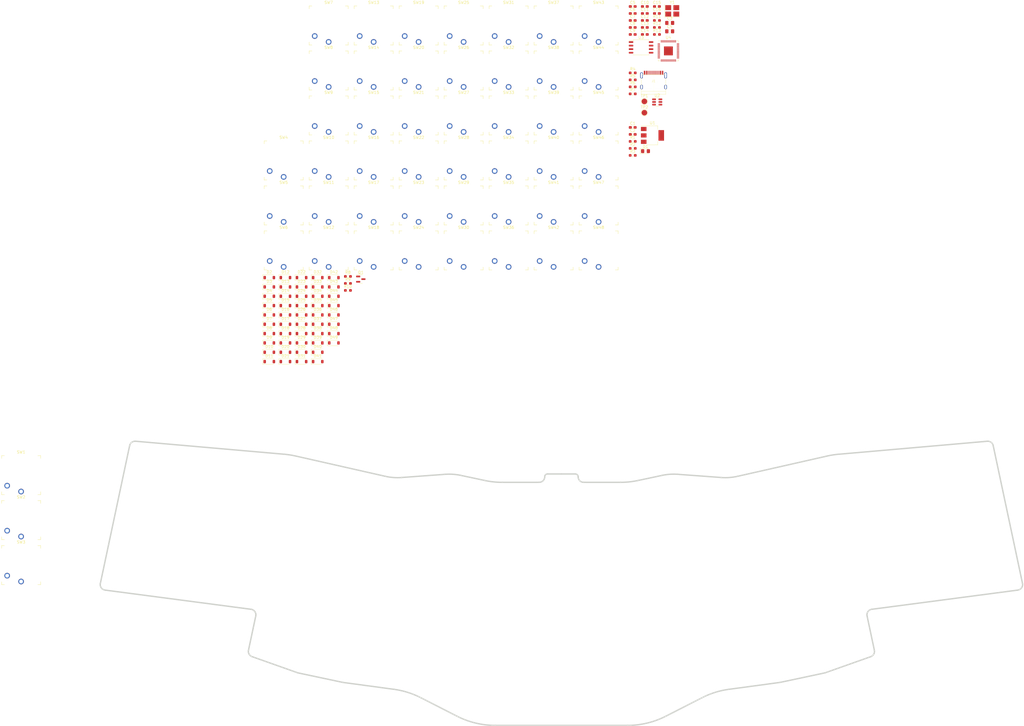
<source format=kicad_pcb>
(kicad_pcb (version 20221018) (generator pcbnew)
  (title_block (title "main") (rev "v1.0.0") (company "Unknown"))
  (layers (0 "F.Cu" signal) (31 "B.Cu" signal) (34 "B.Paste" user) (35 "F.Paste" user) (36 "B.SilkS" user "B.Silkscreen") (37 "F.SilkS" user "F.Silkscreen") (38 "B.Mask" user) (39 "F.Mask" user) (44 "Edge.Cuts" user))
  (net 0 "")
  (net 1 "VBUS")
  (net 2 "GND")
  (net 3 "+3V3")
  (net 4 "/MCU/XIN")
  (net 5 "Net-(C4-Pad2)")
  (net 6 "+1V1")
  (net 7 "Net-(D1-A)")
  (net 8 "/MCU/row0")
  (net 9 "/MCU/row1")
  (net 10 "/MCU/row2")
  (net 11 "Net-(D3-A)")
  (net 12 "Net-(D4-A)")
  (net 13 "Net-(D5-A)")
  (net 14 "Net-(D6-A)")
  (net 15 "Net-(D7-A)")
  (net 16 "Net-(D8-A)")
  (net 17 "Net-(D9-A)")
  (net 18 "Net-(D10-A)")
  (net 19 "Net-(D11-A)")
  (net 20 "Net-(D12-A)")
  (net 21 "/MCU/row3")
  (net 22 "Net-(D13-A)")
  (net 23 "Net-(D14-A)")
  (net 24 "Net-(D15-A)")
  (net 25 "Net-(D16-A)")
  (net 26 "Net-(D17-A)")
  (net 27 "Net-(D18-A)")
  (net 28 "Net-(D19-A)")
  (net 29 "Net-(D20-A)")
  (net 30 "Net-(D21-A)")
  (net 31 "Net-(D22-A)")
  (net 32 "Net-(D23-A)")
  (net 33 "Net-(D24-A)")
  (net 34 "Net-(D25-A)")
  (net 35 "Net-(D26-A)")
  (net 36 "Net-(D27-A)")
  (net 37 "Net-(D28-A)")
  (net 38 "Net-(D29-A)")
  (net 39 "Net-(D30-A)")
  (net 40 "Net-(D31-A)")
  (net 41 "Net-(D32-A)")
  (net 42 "Net-(D33-A)")
  (net 43 "Net-(D34-A)")
  (net 44 "Net-(D35-A)")
  (net 45 "Net-(D36-A)")
  (net 46 "Net-(D37-A)")
  (net 47 "Net-(D38-A)")
  (net 48 "Net-(D39-A)")
  (net 49 "Net-(D40-A)")
  (net 50 "Net-(D41-A)")
  (net 51 "Net-(D42-A)")
  (net 52 "/connectors/CC1")
  (net 53 "Net-(J1-D+-PadA6)")
  (net 54 "Net-(J1-D--PadA7)")
  (net 56 "/connectors/CC2")
  (net 58 "Net-(D49-A)")
  (net 60 "Net-(Q1-B)")
  (net 61 "/inputs/S1_OUT")
  (net 62 "/MCU/col0")
  (net 63 "Net-(R1-Pad2)")
  (net 64 "Net-(R2-Pad2)")
  (net 65 "/MCU/BOOT")
  (net 66 "/MCU/XOUT")
  (net 67 "Net-(D43-A)")
  (net 68 "Net-(D44-A)")
  (net 69 "/MCU/USB_D+")
  (net 70 "Net-(U4-USB_DP)")
  (net 71 "/MCU/USB_D-")
  (net 72 "Net-(U4-USB_DM)")
  (net 73 "/MCU/col1")
  (net 74 "/MCU/col2")
  (net 75 "/MCU/col3")
  (net 76 "/MCU/col4")
  (net 77 "/MCU/col5")
  (net 78 "/MCU/col6")
  (net 79 "/MCU/col7")
  (net 80 "/MCU/col8")
  (net 81 "/MCU/col9")
  (net 82 "/MCU/col10")
  (net 83 "/MCU/col11")
  (net 84 "/MCU/col12")
  (net 85 "/MCU/col13")
  (net 86 "/MCU/SWDIO")
  (net 87 "/MCU/SWCLK")
  (net 88 "/MCU/QSPI_SD1")
  (net 89 "/MCU/QSPI_SD2")
  (net 90 "/MCU/QSPI_SD0")
  (net 91 "/MCU/QSPI_SCLK")
  (net 92 "/MCU/QSPI_SD3")
  (net 105 "Net-(D45-A)")
  (net 106 "Net-(D46-A)")
  (net 107 "Net-(D47-A)")
  (net 108 "Net-(D48-A)")
  (footprint "local-library:SW_PG1350" (layer "F.Cu") (at 209.65 -29.35)
    (fp_text reference "SW39" (at 0 -8.255) (layer "F.SilkS"))
    (fp_text value "SW_Push")
    (pad "" np_thru_hole circle (at -5.5 0) (size 1.7018 1.7018) (drill 1.7018) (layers "*.Cu" "*.Mask"))
    (pad "" np_thru_hole circle (at 0 0) (size 3.429 3.429) (drill 3.429) (layers "*.Cu" "*.Mask"))
    (pad "" np_thru_hole circle (at 5.22 -4.2) (size 0.9906 0.9906) (drill 0.9906) (layers "*.Cu" "*.Mask"))
    (pad "" np_thru_hole circle (at 5.5 0) (size 1.7018 1.7018) (drill 1.7018) (layers "*.Cu" "*.Mask"))
    (pad "1" thru_hole circle (at 0 5.9) (size 2.032 2.032) (drill 1.27) (layers "*.Cu" "*.Mask") (net 49 "Net-(D40-A)"))
    (pad "2" thru_hole circle (at -5 3.8) (size 2.032 2.032) (drill 1.27) (layers "*.Cu" "*.Mask") (net 82 "/MCU/col10"))
  )
  (footprint "Resistor_SMD:R_0603_1608Metric_Pad0.98x0.95mm_HandSolder" (layer "F.Cu") (at 135.82 28.43)
    (fp_text reference "R8" (at 0 -1.43) (layer "F.SilkS"))
    (fp_text value "10k")
    (pad "1" smd roundrect (at -0.9125 0) (size 0.975 0.95) (layers "F.Cu" "F.Paste" "F.Mask") (net 3 "+3V3"))
    (pad "2" smd roundrect (at 0.9125 0) (size 0.975 0.95) (layers "F.Cu" "F.Paste" "F.Mask") (net 65 "/MCU/BOOT"))
  )
  (footprint "Diode_SMD:D_SOD-123" (layer "F.Cu") (at 124.98 42.25)
    (fp_text reference "D36" (at 0 -2) (layer "F.SilkS"))
    (fp_text value "D_Small")
    (pad "1" smd roundrect (at -1.65 0) (size 0.9 1.2) (layers "F.Cu" "F.Paste" "F.Mask") (net 21 "/MCU/row3"))
    (pad "2" smd roundrect (at 1.65 0) (size 0.9 1.2) (layers "F.Cu" "F.Paste" "F.Mask") (net 45 "Net-(D36-A)"))
  )
  (footprint "Capacitor_SMD:C_0603_1608Metric_Pad1.08x0.95mm_HandSolder" (layer "F.Cu") (at 242.4 -68.47)
    (fp_text reference "C10" (at 0 -1.43) (layer "F.SilkS"))
    (fp_text value "100n")
    (pad "1" smd roundrect (at -0.8625 0) (size 1.075 0.95) (layers "F.Cu" "F.Paste" "F.Mask") (net 3 "+3V3"))
    (pad "2" smd roundrect (at 0.8625 0) (size 1.075 0.95) (layers "F.Cu" "F.Paste" "F.Mask") (net 2 "GND"))
  )
  (footprint "local-library:SW_PG1350" (layer "F.Cu") (at 193.5 19.1)
    (fp_text reference "SW36" (at 0 -8.255) (layer "F.SilkS"))
    (fp_text value "SW_Push")
    (pad "" np_thru_hole circle (at -5.5 0) (size 1.7018 1.7018) (drill 1.7018) (layers "*.Cu" "*.Mask"))
    (pad "" np_thru_hole circle (at 0 0) (size 3.429 3.429) (drill 3.429) (layers "*.Cu" "*.Mask"))
    (pad "" np_thru_hole circle (at 5.22 -4.2) (size 0.9906 0.9906) (drill 0.9906) (layers "*.Cu" "*.Mask"))
    (pad "" np_thru_hole circle (at 5.5 0) (size 1.7018 1.7018) (drill 1.7018) (layers "*.Cu" "*.Mask"))
    (pad "1" thru_hole circle (at 0 5.9) (size 2.032 2.032) (drill 1.27) (layers "*.Cu" "*.Mask") (net 46 "Net-(D37-A)"))
    (pad "2" thru_hole circle (at -5 3.8) (size 2.032 2.032) (drill 1.27) (layers "*.Cu" "*.Mask") (net 82 "/MCU/col10"))
  )
  (footprint "local-library:TYPE-C-31-M-12" (layer "F.Cu") (at 245.545 -39.56)
    (fp_text reference "J1" (at 0 -2.15 -180) (layer "F.SilkS") (effects (font (size 0.8 0.8) (thickness 0.1))))
    (fp_text value "USB_C_Receptacle_USB2.0")
    (pad "" np_thru_hole circle (at -2.9 -3.65) (size 0.65 0.65) (drill 0.65) (layers "*.Cu" "*.Mask") (clearance 0.01))
    (pad "" np_thru_hole circle (at 2.9 -3.65) (size 0.65 0.65) (drill 0.65) (layers "*.Cu" "*.Mask") (clearance 0.01))
    (pad "A1" smd rect (at -3.375 -5.1) (size 0.25 1.45) (layers "F.Cu" "F.Paste" "F.Mask") (net 2 "GND"))
    (pad "A4" smd rect (at -2.575 -5.1) (size 0.25 1.45) (layers "F.Cu" "F.Paste" "F.Mask") (net 1 "VBUS"))
    (pad "A5" smd rect (at -1.25 -5.1) (size 0.25 1.45) (layers "F.Cu" "F.Paste" "F.Mask") (net 52 "/connectors/CC1"))
    (pad "A6" smd rect (at -0.25 -5.1) (size 0.25 1.45) (layers "F.Cu" "F.Paste" "F.Mask") (net 53 "Net-(J1-D+-PadA6)"))
    (pad "A7" smd rect (at 0.25 -5.1) (size 0.25 1.45) (layers "F.Cu" "F.Paste" "F.Mask") (net 54 "Net-(J1-D--PadA7)"))
    (pad "A8" smd rect (at 1.25 -5.1) (size 0.25 1.45) (layers "F.Cu" "F.Paste" "F.Mask"))
    (pad "A9" smd rect (at 2.575 -5.1) (size 0.25 1.45) (layers "F.Cu" "F.Paste" "F.Mask") (net 1 "VBUS"))
    (pad "A12" smd rect (at 3.375 -5.1) (size 0.25 1.45) (layers "F.Cu" "F.Paste" "F.Mask") (net 2 "GND"))
    (pad "B1" smd rect (at 3.1 -5.1) (size 0.3 1.45) (layers "F.Cu" "F.Paste" "F.Mask") (net 2 "GND"))
    (pad "B4" smd rect (at 2.3 -5.1) (size 0.3 1.45) (layers "F.Cu" "F.Paste" "F.Mask") (net 1 "VBUS"))
    (pad "B5" smd rect (at 1.75 -5.1) (size 0.25 1.45) (layers "F.Cu" "F.Paste" "F.Mask") (net 56 "/connectors/CC2"))
    (pad "B6" smd rect (at 0.75 -5.1) (size 0.25 1.45) (layers "F.Cu" "F.Paste" "F.Mask") (net 53 "Net-(J1-D+-PadA6)"))
    (pad "B7" smd rect (at -0.75 -5.1) (size 0.25 1.45) (layers "F.Cu" "F.Paste" "F.Mask") (net 54 "Net-(J1-D--PadA7)"))
    (pad "B8" smd rect (at -1.75 -5.1) (size 0.25 1.45) (layers "F.Cu" "F.Paste" "F.Mask"))
    (pad "B9" smd rect (at -2.3 -5.1) (size 0.3 1.45) (layers "F.Cu" "F.Paste" "F.Mask") (net 1 "VBUS"))
    (pad "B12" smd rect (at -3.1 -5.1) (size 0.3 1.45) (layers "F.Cu" "F.Paste" "F.Mask") (net 2 "GND"))
    (pad "S1" thru_hole roundrect (at -4.32 -4.18) (size 1 2.2) (drill oval 0.6 1.7) (layers "*.Cu" "*.Mask") (roundrect_rratio 0.5))
    (pad "S1" thru_hole roundrect (at -4.32 0) (size 1 1.6) (drill oval 0.6 1.2) (layers "*.Cu" "*.Mask") (roundrect_rratio 0.5))
    (pad "S1" thru_hole roundrect (at 4.32 -4.18) (size 1 2.2) (drill oval 0.6 1.7) (layers "*.Cu" "*.Mask") (roundrect_rratio 0.5))
    (pad "S1" thru_hole roundrect (at 4.32 0) (size 1 1.6) (drill oval 0.6 1.2) (layers "*.Cu" "*.Mask") (roundrect_rratio 0.5))
  )
  (footprint "Diode_SMD:D_SOD-123" (layer "F.Cu") (at 124.98 59)
    (fp_text reference "D41" (at 0 -2) (layer "F.SilkS"))
    (fp_text value "D_Small")
    (pad "1" smd roundrect (at -1.65 0) (size 0.9 1.2) (layers "F.Cu" "F.Paste" "F.Mask") (net 8 "/MCU/row0"))
    (pad "2" smd roundrect (at 1.65 0) (size 0.9 1.2) (layers "F.Cu" "F.Paste" "F.Mask") (net 50 "Net-(D41-A)"))
  )
  (footprint "Diode_SMD:D_SOD-123" (layer "F.Cu") (at 107.595 32.2)
    (fp_text reference "D3" (at 0 -2) (layer "F.SilkS"))
    (fp_text value "D_Small")
    (pad "1" smd roundrect (at -1.65 0) (size 0.9 1.2) (layers "F.Cu" "F.Paste" "F.Mask") (net 9 "/MCU/row1"))
    (pad "2" smd roundrect (at 1.65 0) (size 0.9 1.2) (layers "F.Cu" "F.Paste" "F.Mask") (net 11 "Net-(D3-A)"))
  )
  (footprint "Diode_SMD:D_SOD-123" (layer "F.Cu") (at 124.98 45.6)
    (fp_text reference "D37" (at 0 -2) (layer "F.SilkS"))
    (fp_text value "D_Small")
    (pad "1" smd roundrect (at -1.65 0) (size 0.9 1.2) (layers "F.Cu" "F.Paste" "F.Mask") (net 8 "/MCU/row0"))
    (pad "2" smd roundrect (at 1.65 0) (size 0.9 1.2) (layers "F.Cu" "F.Paste" "F.Mask") (net 46 "Net-(D37-A)"))
  )
  (footprint "Diode_SMD:D_SOD-123" (layer "F.Cu") (at 119.185 38.9)
    (fp_text reference "D25" (at 0 -2) (layer "F.SilkS"))
    (fp_text value "D_Small")
    (pad "1" smd roundrect (at -1.65 0) (size 0.9 1.2) (layers "F.Cu" "F.Paste" "F.Mask") (net 10 "/MCU/row2"))
    (pad "2" smd roundrect (at 1.65 0) (size 0.9 1.2) (layers "F.Cu" "F.Paste" "F.Mask") (net 34 "Net-(D25-A)"))
  )
  (footprint "local-library:SW_PG1350" (layer "F.Cu") (at 225.8 -29.35)
    (fp_text reference "SW45" (at 0 -8.255) (layer "F.SilkS"))
    (fp_text value "SW_Push")
    (pad "" np_thru_hole circle (at -5.5 0) (size 1.7018 1.7018) (drill 1.7018) (layers "*.Cu" "*.Mask"))
    (pad "" np_thru_hole circle (at 0 0) (size 3.429 3.429) (drill 3.429) (layers "*.Cu" "*.Mask"))
    (pad "" np_thru_hole circle (at 5.22 -4.2) (size 0.9906 0.9906) (drill 0.9906) (layers "*.Cu" "*.Mask"))
    (pad "" np_thru_hole circle (at 5.5 0) (size 1.7018 1.7018) (drill 1.7018) (layers "*.Cu" "*.Mask"))
    (pad "1" thru_hole circle (at 0 5.9) (size 2.032 2.032) (drill 1.27) (layers "*.Cu" "*.Mask") (net 106 "Net-(D46-A)"))
    (pad "2" thru_hole circle (at -5 3.8) (size 2.032 2.032) (drill 1.27) (layers "*.Cu" "*.Mask") (net 84 "/MCU/col12"))
  )
  (footprint "Capacitor_SMD:C_0805_2012Metric_Pad1.18x1.45mm_HandSolder" (layer "F.Cu") (at 251.33 -62.57)
    (fp_text reference "C3" (at 0 -1.68) (layer "F.SilkS"))
    (fp_text value "15p")
    (pad "1" smd roundrect (at -1.0375 0) (size 1.175 1.45) (layers "F.Cu" "F.Paste" "F.Mask") (roundrect_rratio 0.212766) (net 4 "/MCU/XIN"))
    (pad "2" smd roundrect (at 1.0375 0) (size 1.175 1.45) (layers "F.Cu" "F.Paste" "F.Mask") (roundrect_rratio 0.212766) (net 2 "GND"))
  )
  (footprint "Package_SO:SOIC-8_5.23x5.23mm_P1.27mm" (layer "F.Cu") (at 241.05 -53.79)
    (fp_text reference "U3" (at 0 -3.56) (layer "F.SilkS"))
    (fp_text value "W25Q128JVS")
    (pad "1" smd roundrect (at -3.6 -1.905) (size 1.6 0.6) (layers "F.Cu" "F.Paste" "F.Mask") (net 65 "/MCU/BOOT"))
    (pad "2" smd roundrect (at -3.6 -0.635) (size 1.6 0.6) (layers "F.Cu" "F.Paste" "F.Mask") (net 88 "/MCU/QSPI_SD1"))
    (pad "3" smd roundrect (at -3.6 0.635) (size 1.6 0.6) (layers "F.Cu" "F.Paste" "F.Mask") (net 89 "/MCU/QSPI_SD2"))
    (pad "4" smd roundrect (at -3.6 1.905) (size 1.6 0.6) (layers "F.Cu" "F.Paste" "F.Mask") (net 2 "GND"))
    (pad "5" smd roundrect (at 3.6 1.905) (size 1.6 0.6) (layers "F.Cu" "F.Paste" "F.Mask") (net 90 "/MCU/QSPI_SD0"))
    (pad "6" smd roundrect (at 3.6 0.635) (size 1.6 0.6) (layers "F.Cu" "F.Paste" "F.Mask") (net 91 "/MCU/QSPI_SCLK"))
    (pad "7" smd roundrect (at 3.6 -0.635) (size 1.6 0.6) (layers "F.Cu" "F.Paste" "F.Mask") (net 92 "/MCU/QSPI_SD3"))
    (pad "8" smd roundrect (at 3.6 -1.905) (size 1.6 0.6) (layers "F.Cu" "F.Paste" "F.Mask") (net 3 "+3V3"))
  )
  (footprint "local-library:SW_PG1350" (layer "F.Cu") (at 225.8 -13.2)
    (fp_text reference "SW46" (at 0 -8.255) (layer "F.SilkS"))
    (fp_text value "SW_Push")
    (pad "" np_thru_hole circle (at -5.5 0) (size 1.7018 1.7018) (drill 1.7018) (layers "*.Cu" "*.Mask"))
    (pad "" np_thru_hole circle (at 0 0) (size 3.429 3.429) (drill 3.429) (layers "*.Cu" "*.Mask"))
    (pad "" np_thru_hole circle (at 5.22 -4.2) (size 0.9906 0.9906) (drill 0.9906) (layers "*.Cu" "*.Mask"))
    (pad "" np_thru_hole circle (at 5.5 0) (size 1.7018 1.7018) (drill 1.7018) (layers "*.Cu" "*.Mask"))
    (pad "1" thru_hole circle (at 0 5.9) (size 2.032 2.032) (drill 1.27) (layers "*.Cu" "*.Mask") (net 107 "Net-(D47-A)"))
    (pad "2" thru_hole circle (at -5 3.8) (size 2.032 2.032) (drill 1.27) (layers "*.Cu" "*.Mask") (net 85 "/MCU/col13"))
  )
  (footprint "Diode_SMD:D_SOD-123" (layer "F.Cu") (at 107.595 38.9)
    (fp_text reference "D5" (at 0 -2) (layer "F.SilkS"))
    (fp_text value "D_Small")
    (pad "1" smd roundrect (at -1.65 0) (size 0.9 1.2) (layers "F.Cu" "F.Paste" "F.Mask") (net 8 "/MCU/row0"))
    (pad "2" smd roundrect (at 1.65 0) (size 0.9 1.2) (layers "F.Cu" "F.Paste" "F.Mask") (net 13 "Net-(D5-A)"))
  )
  (footprint "Resistor_SMD:R_0603_1608Metric_Pad0.98x0.95mm_HandSolder" (layer "F.Cu") (at 238.05 -44.63)
    (fp_text reference "R4" (at 0 -1.43) (layer "F.SilkS"))
    (fp_text value "10k")
    (pad "1" smd roundrect (at -0.9125 0) (size 0.975 0.95) (layers "F.Cu" "F.Paste" "F.Mask") (net 52 "/connectors/CC1"))
    (pad "2" smd roundrect (at 0.9125 0) (size 0.975 0.95) (layers "F.Cu" "F.Paste" "F.Mask") (net 2 "GND"))
  )
  (footprint "Capacitor_SMD:C_0603_1608Metric_Pad1.08x0.95mm_HandSolder" (layer "F.Cu") (at 238.05 -58.43)
    (fp_text reference "C9" (at 0 -1.43) (layer "F.SilkS"))
    (fp_text value "1u")
    (pad "1" smd roundrect (at -0.8625 0) (size 1.075 0.95) (layers "F.Cu" "F.Paste" "F.Mask") (net 3 "+3V3"))
    (pad "2" smd roundrect (at 0.8625 0) (size 1.075 0.95) (layers "F.Cu" "F.Paste" "F.Mask") (net 2 "GND"))
  )
  (footprint "local-library:SW_PG1350" (layer "F.Cu") (at 225.8 19.1)
    (fp_text reference "SW48" (at 0 -8.255) (layer "F.SilkS"))
    (fp_text value "SW_Push")
    (pad "" np_thru_hole circle (at -5.5 0) (size 1.7018 1.7018) (drill 1.7018) (layers "*.Cu" "*.Mask"))
    (pad "" np_thru_hole circle (at 0 0) (size 3.429 3.429) (drill 3.429) (layers "*.Cu" "*.Mask"))
    (pad "" np_thru_hole circle (at 5.22 -4.2) (size 0.9906 0.9906) (drill 0.9906) (layers "*.Cu" "*.Mask"))
    (pad "" np_thru_hole circle (at 5.5 0) (size 1.7018 1.7018) (drill 1.7018) (layers "*.Cu" "*.Mask"))
    (pad "1" thru_hole circle (at 0 5.9) (size 2.032 2.032) (drill 1.27) (layers "*.Cu" "*.Mask") (net 58 "Net-(D49-A)"))
    (pad "2" thru_hole circle (at -5 3.8) (size 2.032 2.032) (drill 1.27) (layers "*.Cu" "*.Mask") (net 85 "/MCU/col13"))
  )
  (footprint "local-library:SW_PG1350" (layer "F.Cu") (at 225.8 2.95)
    (fp_text reference "SW47" (at 0 -8.255) (layer "F.SilkS"))
    (fp_text value "SW_Push")
    (pad "" np_thru_hole circle (at -5.5 0) (size 1.7018 1.7018) (drill 1.7018) (layers "*.Cu" "*.Mask"))
    (pad "" np_thru_hole circle (at 0 0) (size 3.429 3.429) (drill 3.429) (layers "*.Cu" "*.Mask"))
    (pad "" np_thru_hole circle (at 5.22 -4.2) (size 0.9906 0.9906) (drill 0.9906) (layers "*.Cu" "*.Mask"))
    (pad "" np_thru_hole circle (at 5.5 0) (size 1.7018 1.7018) (drill 1.7018) (layers "*.Cu" "*.Mask"))
    (pad "1" thru_hole circle (at 0 5.9) (size 2.032 2.032) (drill 1.27) (layers "*.Cu" "*.Mask") (net 108 "Net-(D48-A)"))
    (pad "2" thru_hole circle (at -5 3.8) (size 2.032 2.032) (drill 1.27) (layers "*.Cu" "*.Mask") (net 85 "/MCU/col13"))
  )
  (footprint "Package_DFN_QFN:QFN-56-1EP_7x7mm_P0.4mm_EP3.2x3.2mm" (layer "F.Cu") (at 250.87 -52.53)
    (fp_text reference "U4" (at 0 -4.82) (layer "F.SilkS"))
    (fp_text value "RP2040")
    (pad "1" smd roundrect (at -3.4375 -2.6) (size 0.875 0.2) (layers "F.Cu" "F.Paste" "F.Mask") (net 3 "+3V3"))
    (pad "2" smd roundrect (at -3.4375 -2.2) (size 0.875 0.2) (layers "F.Cu" "F.Paste" "F.Mask") (net 62 "/MCU/col0"))
    (pad "3" smd roundrect (at -3.4375 -1.8) (size 0.875 0.2) (layers "F.Cu" "F.Paste" "F.Mask") (net 73 "/MCU/col1"))
    (pad "4" smd roundrect (at -3.4375 -1.4) (size 0.875 0.2) (layers "F.Cu" "F.Paste" "F.Mask") (net 74 "/MCU/col2"))
    (pad "5" smd roundrect (at -3.4375 -1) (size 0.875 0.2) (layers "F.Cu" "F.Paste" "F.Mask") (net 75 "/MCU/col3"))
    (pad "6" smd roundrect (at -3.4375 -0.6) (size 0.875 0.2) (layers "F.Cu" "F.Paste" "F.Mask") (net 76 "/MCU/col4"))
    (pad "7" smd roundrect (at -3.4375 -0.2) (size 0.875 0.2) (layers "F.Cu" "F.Paste" "F.Mask") (net 77 "/MCU/col5"))
    (pad "8" smd roundrect (at -3.4375 0.2) (size 0.875 0.2) (layers "F.Cu" "F.Paste" "F.Mask") (net 78 "/MCU/col6"))
    (pad "9" smd roundrect (at -3.4375 0.6) (size 0.875 0.2) (layers "F.Cu" "F.Paste" "F.Mask"))
    (pad "10" smd roundrect (at -3.4375 1) (size 0.875 0.2) (layers "F.Cu" "F.Paste" "F.Mask") (net 3 "+3V3"))
    (pad "11" smd roundrect (at -3.4375 1.4) (size 0.875 0.2) (layers "F.Cu" "F.Paste" "F.Mask") (net 8 "/MCU/row0"))
    (pad "12" smd roundrect (at -3.4375 1.8) (size 0.875 0.2) (layers "F.Cu" "F.Paste" "F.Mask") (net 9 "/MCU/row1"))
    (pad "13" smd roundrect (at -3.4375 2.2) (size 0.875 0.2) (layers "F.Cu" "F.Paste" "F.Mask") (net 10 "/MCU/row2"))
    (pad "14" smd roundrect (at -3.4375 2.6) (size 0.875 0.2) (layers "F.Cu" "F.Paste" "F.Mask") (net 21 "/MCU/row3"))
    (pad "15" smd roundrect (at -2.6 3.4375) (size 0.2 0.875) (layers "F.Cu" "F.Paste" "F.Mask"))
    (pad "16" smd roundrect (at -2.2 3.4375) (size 0.2 0.875) (layers "F.Cu" "F.Paste" "F.Mask"))
    (pad "17" smd roundrect (at -1.8 3.4375) (size 0.2 0.875) (layers "F.Cu" "F.Paste" "F.Mask"))
    (pad "18" smd roundrect (at -1.4 3.4375) (size 0.2 0.875) (layers "F.Cu" "F.Paste" "F.Mask"))
    (pad "19" smd roundrect (at -1 3.4375) (size 0.2 0.875) (layers "F.Cu" "F.Paste" "F.Mask") (net 2 "GND"))
    (pad "20" smd roundrect (at -0.6 3.4375) (size 0.2 0.875) (layers "F.Cu" "F.Paste" "F.Mask") (net 4 "/MCU/XIN"))
    (pad "21" smd roundrect (at -0.2 3.4375) (size 0.2 0.875) (layers "F.Cu" "F.Paste" "F.Mask") (net 66 "/MCU/XOUT"))
    (pad "22" smd roundrect (at 0.2 3.4375) (size 0.2 0.875) (layers "F.Cu" "F.Paste" "F.Mask") (net 3 "+3V3"))
    (pad "23" smd roundrect (at 0.6 3.4375) (size 0.2 0.875) (layers "F.Cu" "F.Paste" "F.Mask") (net 6 "+1V1"))
    (pad "24" smd roundrect (at 1 3.4375) (size 0.2 0.875) (layers "F.Cu" "F.Paste" "F.Mask") (net 87 "/MCU/SWCLK"))
    (pad "25" smd roundrect (at 1.4 3.4375) (size 0.2 0.875) (layers "F.Cu" "F.Paste" "F.Mask") (net 86 "/MCU/SWDIO"))
    (pad "26" smd roundrect (at 1.8 3.4375) (size 0.2 0.875) (layers "F.Cu" "F.Paste" "F.Mask") (net 3 "+3V3"))
    (pad "27" smd roundrect (at 2.2 3.4375) (size 0.2 0.875) (layers "F.Cu" "F.Paste" "F.Mask"))
    (pad "28" smd roundrect (at 2.6 3.4375) (size 0.2 0.875) (layers "F.Cu" "F.Paste" "F.Mask"))
    (pad "29" smd roundrect (at 3.4375 2.6) (size 0.875 0.2) (layers "F.Cu" "F.Paste" "F.Mask"))
    (pad "30" smd roundrect (at 3.4375 2.2) (size 0.875 0.2) (layers "F.Cu" "F.Paste" "F.Mask"))
    (pad "31" smd roundrect (at 3.4375 1.8) (size 0.875 0.2) (layers "F.Cu" "F.Paste" "F.Mask"))
    (pad "32" smd roundrect (at 3.4375 1.4) (size 0.875 0.2) (layers "F.Cu" "F.Paste" "F.Mask"))
    (pad "33" smd roundrect (at 3.4375 1) (size 0.875 0.2) (layers "F.Cu" "F.Paste" "F.Mask") (net 3 "+3V3"))
    (pad "34" smd roundrect (at 3.4375 0.6) (size 0.875 0.2) (layers "F.Cu" "F.Paste" "F.Mask"))
    (pad "35" smd roundrect (at 3.4375 0.2) (size 0.875 0.2) (layers "F.Cu" "F.Paste" "F.Mask") (net 79 "/MCU/col7"))
    (pad "36" smd roundrect (at 3.4375 -0.2) (size 0.875 0.2) (layers "F.Cu" "F.Paste" "F.Mask") (net 80 "/MCU/col8"))
    (pad "37" smd roundrect (at 3.4375 -0.6) (size 0.875 0.2) (layers "F.Cu" "F.Paste" "F.Mask") (net 81 "/MCU/col9"))
    (pad "38" smd roundrect (at 3.4375 -1) (size 0.875 0.2) (layers "F.Cu" "F.Paste" "F.Mask") (net 82 "/MCU/col10"))
    (pad "39" smd roundrect (at 3.4375 -1.4) (size 0.875 0.2) (layers "F.Cu" "F.Paste" "F.Mask") (net 83 "/MCU/col11"))
    (pad "40" smd roundrect (at 3.4375 -1.8) (size 0.875 0.2) (layers "F.Cu" "F.Paste" "F.Mask") (net 84 "/MCU/col12"))
    (pad "41" smd roundrect (at 3.4375 -2.2) (size 0.875 0.2) (layers "F.Cu" "F.Paste" "F.Mask") (net 85 "/MCU/col13"))
    (pad "42" smd roundrect (at 3.4375 -2.6) (size 0.875 0.2) (layers "F.Cu" "F.Paste" "F.Mask") (net 3 "+3V3"))
    (pad "43" smd roundrect (at 2.6 -3.4375) (size 0.2 0.875) (layers "F.Cu" "F.Paste" "F.Mask") (net 3 "+3V3"))
    (pad "44" smd roundrect (at 2.2 -3.4375) (size 0.2 0.875) (layers "F.Cu" "F.Paste" "F.Mask") (net 3 "+3V3"))
    (pad "45" smd roundrect (at 1.8 -3.4375) (size 0.2 0.875) (layers "F.Cu" "F.Paste" "F.Mask") (net 6 "+1V1"))
    (pad "46" smd roundrect (at 1.4 -3.4375) (size 0.2 0.875) (layers "F.Cu" "F.Paste" "F.Mask") (net 72 "Net-(U4-USB_DM)"))
    (pad "47" smd roundrect (at 1 -3.4375) (size 0.2 0.875) (layers "F.Cu" "F.Paste" "F.Mask") (net 70 "Net-(U4-USB_DP)"))
    (pad "48" smd roundrect (at 0.6 -3.4375) (size 0.2 0.875) (layers "F.Cu" "F.Paste" "F.Mask") (net 3 "+3V3"))
    (pad "49" smd roundrect (at 0.2 -3.4375) (size 0.2 0.875) (layers "F.Cu" "F.Paste" "F.Mask") (net 3 "+3V3"))
    (pad "50" smd roundrect (at -0.2 -3.4375) (size 0.2 0.875) (layers "F.Cu" "F.Paste" "F.Mask") (net 6 "+1V1"))
    (pad "51" smd roundrect (at -0.6 -3.4375) (size 0.2 0.875) (layers "F.Cu" "F.Paste" "F.Mask") (net 92 "/MCU/QSPI_SD3"))
    (pad "52" smd roundrect (at -1 -3.4375) (size 0.2 0.875) (layers "F.Cu" "F.Paste" "F.Mask") (net 91 "/MCU/QSPI_SCLK"))
    (pad "53" smd roundrect (at -1.4 -3.4375) (size 0.2 0.875) (layers "F.Cu" "F.Paste" "F.Mask") (net 90 "/MCU/QSPI_SD0"))
    (pad "54" smd roundrect (at -1.8 -3.4375) (size 0.2 0.875) (layers "F.Cu" "F.Paste" "F.Mask") (net 89 "/MCU/QSPI_SD2"))
    (pad "55" smd roundrect (at -2.2 -3.4375) (size 0.2 0.875) (layers "F.Cu" "F.Paste" "F.Mask") (net 88 "/MCU/QSPI_SD1"))
    (pad "56" smd roundrect (at -2.6 -3.4375) (size 0.2 0.875) (layers "F.Cu" "F.Paste" "F.Mask") (net 65 "/MCU/BOOT"))
    (pad "57" smd rect (at 0 0) (size 3.2 3.2) (layers "F.Cu" "F.Mask") (net 2 "GND"))
  )
  (footprint "Diode_SMD:D_SOD-123" (layer "F.Cu") (at 124.98 28.85)
    (fp_text reference "D32" (at 0 -2) (layer "F.SilkS"))
    (fp_text value "D_Small")
    (pad "1" smd roundrect (at -1.65 0) (size 0.9 1.2) (layers "F.Cu" "F.Paste" "F.Mask") (net 21 "/MCU/row3"))
    (pad "2" smd roundrect (at 1.65 0) (size 0.9 1.2) (layers "F.Cu" "F.Paste" "F.Mask") (net 41 "Net-(D32-A)"))
  )
  (footprint "Diode_SMD:D_SOD-123" (layer "F.Cu") (at 113.39 35.55)
    (fp_text reference "D14" (at 0 -2) (layer "F.SilkS"))
    (fp_text value "D_Small")
    (pad "1" smd roundrect (at -1.65 0) (size 0.9 1.2) (layers "F.Cu" "F.Paste" "F.Mask") (net 21 "/MCU/row3"))
    (pad "2" smd roundrect (at 1.65 0) (size 0.9 1.2) (layers "F.Cu" "F.Paste" "F.Mask") (net 23 "Net-(D14-A)"))
  )
  (footprint "Diode_SMD:D_SOD-123" (layer "F.Cu") (at 124.98 55.65)
    (fp_text reference "D40" (at 0 -2) (layer "F.SilkS"))
    (fp_text value "D_Small")
    (pad "1" smd roundrect (at -1.65 0) (size 0.9 1.2) (layers "F.Cu" "F.Paste" "F.Mask") (net 21 "/MCU/row3"))
    (pad "2" smd roundrect (at 1.65 0) (size 0.9 1.2) (layers "F.Cu" "F.Paste" "F.Mask") (net 49 "Net-(D40-A)"))
  )
  (footprint "Resistor_SMD:R_0603_1608Metric_Pad0.98x0.95mm_HandSolder" (layer "F.Cu") (at 246.75 -58.43)
    (fp_text reference "R13" (at 0 -1.43) (layer "F.SilkS"))
    (fp_text value "27")
    (pad "1" smd roundrect (at -0.9125 0) (size 0.975 0.95) (layers "F.Cu" "F.Paste" "F.Mask") (net 71 "/MCU/USB_D-"))
    (pad "2" smd roundrect (at 0.9125 0) (size 0.975 0.95) (layers "F.Cu" "F.Paste" "F.Mask") (net 72 "Net-(U4-USB_DM)"))
  )
  (footprint "local-library:SW_PG1350" (layer "F.Cu") (at 177.35 19.1)
    (fp_text reference "SW30" (at 0 -8.255) (layer "F.SilkS"))
    (fp_text value "SW_Push")
    (pad "" np_thru_hole circle (at -5.5 0) (size 1.7018 1.7018) (drill 1.7018) (layers "*.Cu" "*.Mask"))
    (pad "" np_thru_hole circle (at 0 0) (size 3.429 3.429) (drill 3.429) (layers "*.Cu" "*.Mask"))
    (pad "" np_thru_hole circle (at 5.22 -4.2) (size 0.9906 0.9906) (drill 0.9906) (layers "*.Cu" "*.Mask"))
    (pad "" np_thru_hole circle (at 5.5 0) (size 1.7018 1.7018) (drill 1.7018) (layers "*.Cu" "*.Mask"))
    (pad "1" thru_hole circle (at 0 5.9) (size 2.032 2.032) (drill 1.27) (layers "*.Cu" "*.Mask") (net 40 "Net-(D31-A)"))
    (pad "2" thru_hole circle (at -5 3.8) (size 2.032 2.032) (drill 1.27) (layers "*.Cu" "*.Mask") (net 80 "/MCU/col8"))
  )
  (footprint "Diode_SMD:D_SOD-123" (layer "F.Cu") (at 130.775 28.85)
    (fp_text reference "D42" (at 0 -2) (layer "F.SilkS"))
    (fp_text value "D_Small")
    (pad "1" smd roundrect (at -1.65 0) (size 0.9 1.2) (layers "F.Cu" "F.Paste" "F.Mask") (net 9 "/MCU/row1"))
    (pad "2" smd roundrect (at 1.65 0) (size 0.9 1.2) (layers "F.Cu" "F.Paste" "F.Mask") (net 51 "Net-(D42-A)"))
  )
  (footprint "Diode_SMD:D_SOD-123" (layer "F.Cu") (at 107.595 59)
    (fp_text reference "D11" (at 0 -2) (layer "F.SilkS"))
    (fp_text value "D_Small")
    (pad "1" smd roundrect (at -1.65 0) (size 0.9 1.2) (layers "F.Cu" "F.Paste" "F.Mask") (net 8 "/MCU/row0"))
    (pad "2" smd roundrect (at 1.65 0) (size 0.9 1.2) (layers "F.Cu" "F.Paste" "F.Mask") (net 19 "Net-(D11-A)"))
  )
  (footprint "Diode_SMD:D_SOD-123" (layer "F.Cu") (at 130.775 48.95)
    (fp_text reference "D48" (at 0 -2) (layer "F.SilkS"))
    (fp_text value "D_Small")
    (pad "1" smd roundrect (at -1.65 0) (size 0.9 1.2) (layers "F.Cu" "F.Paste" "F.Mask") (net 9 "/MCU/row1"))
    (pad "2" smd roundrect (at 1.65 0) (size 0.9 1.2) (layers "F.Cu" "F.Paste" "F.Mask") (net 108 "Net-(D48-A)"))
  )
  (footprint "LED_SMD:LED_0805_2012Metric_Pad1.15x1.40mm_HandSolder" (layer "F.Cu") (at 242.645 -16.545)
    (fp_text reference "D1" (at 0 -1.65) (layer "F.SilkS"))
    (fp_text value "NCD0805O1")
    (pad "1" smd roundrect (at -1.025 0) (size 1.15 1.4) (layers "F.Cu" "F.Paste" "F.Mask") (roundrect_rratio 0.217391) (net 2 "GND"))
    (pad "2" smd roundrect (at 1.025 0) (size 1.15 1.4) (layers "F.Cu" "F.Paste" "F.Mask") (roundrect_rratio 0.217391) (net 7 "Net-(D1-A)"))
  )
  (footprint "local-library:SW_PG1350" (layer "F.Cu") (at 145.05 -29.35)
    (fp_text reference "SW15" (at 0 -8.255) (layer "F.SilkS"))
    (fp_text value "SW_Push")
    (pad "" np_thru_hole circle (at -5.5 0) (size 1.7018 1.7018) (drill 1.7018) (layers "*.Cu" "*.Mask"))
    (pad "" np_thru_hole circle (at 0 0) (size 3.429 3.429) (drill 3.429) (layers "*.Cu" "*.Mask"))
    (pad "" np_thru_hole circle (at 5.22 -4.2) (size 0.9906 0.9906) (drill 0.9906) (layers "*.Cu" "*.Mask"))
    (pad "" np_thru_hole circle (at 5.5 0) (size 1.7018 1.7018) (drill 1.7018) (layers "*.Cu" "*.Mask"))
    (pad "1" thru_hole circle (at 0 5.9) (size 2.032 2.032) (drill 1.27) (layers "*.Cu" "*.Mask") (net 25 "Net-(D16-A)"))
    (pad "2" thru_hole circle (at -5 3.8) (size 2.032 2.032) (drill 1.27) (layers "*.Cu" "*.Mask") (net 76 "/MCU/col4"))
  )
  (footprint "Capacitor_SMD:C_0603_1608Metric_Pad1.08x0.95mm_HandSolder" (layer "F.Cu") (at 242.4 -63.45)
    (fp_text reference "C12" (at 0 -1.43) (layer "F.SilkS"))
    (fp_text value "100n")
    (pad "1" smd roundrect (at -0.8625 0) (size 1.075 0.95) (layers "F.Cu" "F.Paste" "F.Mask") (net 3 "+3V3"))
    (pad "2" smd roundrect (at 0.8625 0) (size 1.075 0.95) (layers "F.Cu" "F.Paste" "F.Mask") (net 2 "GND"))
  )
  (footprint "local-library:SW_PG1350" (layer "F.Cu") (at 112.75 2.95)
    (fp_text reference "SW5" (at 0 -8.255) (layer "F.SilkS"))
    (fp_text value "SW_Push")
    (pad "" np_thru_hole circle (at -5.5 0) (size 1.7018 1.7018) (drill 1.7018) (layers "*.Cu" "*.Mask"))
    (pad "" np_thru_hole circle (at 0 0) (size 3.429 3.429) (drill 3.429) (layers "*.Cu" "*.Mask"))
    (pad "" np_thru_hole circle (at 5.22 -4.2) (size 0.9906 0.9906) (drill 0.9906) (layers "*.Cu" "*.Mask"))
    (pad "" np_thru_hole circle (at 5.5 0) (size 1.7018 1.7018) (drill 1.7018) (layers "*.Cu" "*.Mask"))
    (pad "1" thru_hole circle (at 0 5.9) (size 2.032 2.032) (drill 1.27) (layers "*.Cu" "*.Mask") (net 14 "Net-(D6-A)"))
    (pad "2" thru_hole circle (at -5 3.8) (size 2.032 2.032) (drill 1.27) (layers "*.Cu" "*.Mask") (net 73 "/MCU/col1"))
  )
  (footprint "Resistor_SMD:R_0603_1608Metric_Pad0.98x0.95mm_HandSolder" (layer "F.Cu") (at 246.75 -60.94)
    (fp_text reference "R12" (at 0 -1.43) (layer "F.SilkS"))
    (fp_text value "27")
    (pad "1" smd roundrect (at -0.9125 0) (size 0.975 0.95) (layers "F.Cu" "F.Paste" "F.Mask") (net 69 "/MCU/USB_D+"))
    (pad "2" smd roundrect (at 0.9125 0) (size 0.975 0.95) (layers "F.Cu" "F.Paste" "F.Mask") (net 70 "Net-(U4-USB_DP)"))
  )
  (footprint "Diode_SMD:D_SOD-123" (layer "F.Cu") (at 130.775 42.25)
    (fp_text reference "D46" (at 0 -2) (layer "F.SilkS"))
    (fp_text value "D_Small")
    (pad "1" smd roundrect (at -1.65 0) (size 0.9 1.2) (layers "F.Cu" "F.Paste" "F.Mask") (net 10 "/MCU/row2"))
    (pad "2" smd roundrect (at 1.65 0) (size 0.9 1.2) (layers "F.Cu" "F.Paste" "F.Mask") (net 106 "Net-(D46-A)"))
  )
  (footprint "Diode_SMD:D_SOD-123" (layer "F.Cu") (at 113.39 28.85)
    (fp_text reference "D12" (at 0 -2) (layer "F.SilkS"))
    (fp_text value "D_Small")
    (pad "1" smd roundrect (at -1.65 0) (size 0.9 1.2) (layers "F.Cu" "F.Paste" "F.Mask") (net 9 "/MCU/row1"))
    (pad "2" smd roundrect (at 1.65 0) (size 0.9 1.2) (layers "F.Cu" "F.Paste" "F.Mask") (net 20 "Net-(D12-A)"))
  )
  (footprint "Diode_SMD:D_SOD-123" (layer "F.Cu") (at 107.595 45.6)
    (fp_text reference "D7" (at 0 -2) (layer "F.SilkS"))
    (fp_text value "D_Small")
    (pad "1" smd roundrect (at -1.65 0) (size 0.9 1.2) (layers "F.Cu" "F.Paste" "F.Mask") (net 10 "/MCU/row2"))
    (pad "2" smd roundrect (at 1.65 0) (size 0.9 1.2) (layers "F.Cu" "F.Paste" "F.Mask") (net 15 "Net-(D7-A)"))
  )
  (footprint "local-library:SW_PG1350" (layer "F.Cu") (at 145.05 -45.5)
    (fp_text reference "SW14" (at 0 -8.255) (layer "F.SilkS"))
    (fp_text value "SW_Push")
    (pad "" np_thru_hole circle (at -5.5 0) (size 1.7018 1.7018) (drill 1.7018) (layers "*.Cu" "*.Mask"))
    (pad "" np_thru_hole circle (at 0 0) (size 3.429 3.429) (drill 3.429) (layers "*.Cu" "*.Mask"))
    (pad "" np_thru_hole circle (at 5.22 -4.2) (size 0.9906 0.9906) (drill 0.9906) (layers "*.Cu" "*.Mask"))
    (pad "" np_thru_hole circle (at 5.5 0) (size 1.7018 1.7018) (drill 1.7018) (layers "*.Cu" "*.Mask"))
    (pad "1" thru_hole circle (at 0 5.9) (size 2.032 2.032) (drill 1.27) (layers "*.Cu" "*.Mask") (net 24 "Net-(D15-A)"))
    (pad "2" thru_hole circle (at -5 3.8) (size 2.032 2.032) (drill 1.27) (layers "*.Cu" "*.Mask") (net 76 "/MCU/col4"))
  )
  (footprint "Diode_SMD:D_SOD-123" (layer "F.Cu") (at 107.595 55.65)
    (fp_text reference "D10" (at 0 -2) (layer "F.SilkS"))
    (fp_text value "D_Small")
    (pad "1" smd roundrect (at -1.65 0) (size 0.9 1.2) (layers "F.Cu" "F.Paste" "F.Mask") (net 10 "/MCU/row2"))
    (pad "2" smd roundrect (at 1.65 0) (size 0.9 1.2) (layers "F.Cu" "F.Paste" "F.Mask") (net 18 "Net-(D10-A)"))
  )
  (footprint "local-library:SW_PG1350" (layer "F.Cu") (at 128.9 -61.65)
    (fp_text reference "SW7" (at 0 -8.255) (layer "F.SilkS"))
    (fp_text value "SW_Push")
    (pad "" np_thru_hole circle (at -5.5 0) (size 1.7018 1.7018) (drill 1.7018) (layers "*.Cu" "*.Mask"))
    (pad "" np_thru_hole circle (at 0 0) (size 3.429 3.429) (drill 3.429) (layers "*.Cu" "*.Mask"))
    (pad "" np_thru_hole circle (at 5.22 -4.2) (size 0.9906 0.9906) (drill 0.9906) (layers "*.Cu" "*.Mask"))
    (pad "" np_thru_hole circle (at 5.5 0) (size 1.7018 1.7018) (drill 1.7018) (layers "*.Cu" "*.Mask"))
    (pad "1" thru_hole circle (at 0 5.9) (size 2.032 2.032) (drill 1.27) (layers "*.Cu" "*.Mask") (net 16 "Net-(D8-A)"))
    (pad "2" thru_hole circle (at -5 3.8) (size 2.032 2.032) (drill 1.27) (layers "*.Cu" "*.Mask") (net 74 "/MCU/col2"))
  )
  (footprint "local-library:SW_PG1350" (layer "F.Cu") (at 225.8 -61.65)
    (fp_text reference "SW43" (at 0 -8.255) (layer "F.SilkS"))
    (fp_text value "SW_Push")
    (pad "" np_thru_hole circle (at -5.5 0) (size 1.7018 1.7018) (drill 1.7018) (layers "*.Cu" "*.Mask"))
    (pad "" np_thru_hole circle (at 0 0) (size 3.429 3.429) (drill 3.429) (layers "*.Cu" "*.Mask"))
    (pad "" np_thru_hole circle (at 5.22 -4.2) (size 0.9906 0.9906) (drill 0.9906) (layers "*.Cu" "*.Mask"))
    (pad "" np_thru_hole circle (at 5.5 0) (size 1.7018 1.7018) (drill 1.7018) (layers "*.Cu" "*.Mask"))
    (pad "1" thru_hole circle (at 0 5.9) (size 2.032 2.032) (drill 1.27) (layers "*.Cu" "*.Mask") (net 68 "Net-(D44-A)"))
    (pad "2" thru_hole circle (at -5 3.8) (size 2.032 2.032) (drill 1.27) (layers "*.Cu" "*.Mask") (net 84 "/MCU/col12"))
  )
  (footprint "Diode_SMD:D_SOD-123" (layer "F.Cu") (at 113.39 42.25)
    (fp_text reference "D16" (at 0 -2) (layer "F.SilkS"))
    (fp_text value "D_Small")
    (pad "1" smd roundrect (at -1.65 0) (size 0.9 1.2) (layers "F.Cu" "F.Paste" "F.Mask") (net 9 "/MCU/row1"))
    (pad "2" smd roundrect (at 1.65 0) (size 0.9 1.2) (layers "F.Cu" "F.Paste" "F.Mask") (net 25 "Net-(D16-A)"))
  )
  (footprint "local-library:SW_PG1350" (layer "F.Cu") (at 209.65 -13.2)
    (fp_text reference "SW40" (at 0 -8.255) (layer "F.SilkS"))
    (fp_text value "SW_Push")
    (pad "" np_thru_hole circle (at -5.5 0) (size 1.7018 1.7018) (drill 1.7018) (layers "*.Cu" "*.Mask"))
    (pad "" np_thru_hole circle (at 0 0) (size 3.429 3.429) (drill 3.429) (layers "*.Cu" "*.Mask"))
    (pad "" np_thru_hole circle (at 5.22 -4.2) (size 0.9906 0.9906) (drill 0.9906) (layers "*.Cu" "*.Mask"))
    (pad "" np_thru_hole circle (at 5.5 0) (size 1.7018 1.7018) (drill 1.7018) (layers "*.Cu" "*.Mask"))
    (pad "1" thru_hole circle (at 0 5.9) (size 2.032 2.032) (drill 1.27) (layers "*.Cu" "*.Mask") (net 50 "Net-(D41-A)"))
    (pad "2" thru_hole circle (at -5 3.8) (size 2.032 2.032) (drill 1.27) (layers "*.Cu" "*.Mask") (net 83 "/MCU/col11"))
  )
  (footprint "local-library:SW_PG1350" (layer "F.Cu") (at 18.5 132.05)
    (fp_text reference "SW3" (at 0 -8.255) (layer "F.SilkS"))
    (fp_text value "SW_Push")
    (pad "" np_thru_hole circle (at -5.5 0) (size 1.7018 1.7018) (drill 1.7018) (layers "*.Cu" "*.Mask"))
    (pad "" np_thru_hole circle (at 0 0) (size 3.429 3.429) (drill 3.429) (layers "*.Cu" "*.Mask"))
    (pad "" np_thru_hole circle (at 5.22 -4.2) (size 0.9906 0.9906) (drill 0.9906) (layers "*.Cu" "*.Mask"))
    (pad "" np_thru_hole circle (at 5.5 0) (size 1.7018 1.7018) (drill 1.7018) (layers "*.Cu" "*.Mask"))
    (pad "1" thru_hole circle (at 0 5.9) (size 2.032 2.032) (drill 1.27) (layers "*.Cu" "*.Mask") (net 12 "Net-(D4-A)"))
    (pad "2" thru_hole circle (at -5 3.8) (size 2.032 2.032) (drill 1.27) (layers "*.Cu" "*.Mask") (net 62 "/MCU/col0"))
  )
  (footprint "Diode_SMD:D_SOD-123" (layer "F.Cu") (at 107.595 52.3)
    (fp_text reference "D9" (at 0 -2) (layer "F.SilkS"))
    (fp_text value "D_Small")
    (pad "1" smd roundrect (at -1.65 0) (size 0.9 1.2) (layers "F.Cu" "F.Paste" "F.Mask") (net 9 "/MCU/row1"))
    (pad "2" smd roundrect (at 1.65 0) (size 0.9 1.2) (layers "F.Cu" "F.Paste" "F.Mask") (net 17 "Net-(D9-A)"))
  )
  (footprint "local-library:SW_PG1350" (layer "F.Cu") (at 177.35 -61.65)
    (fp_text reference "SW25" (at 0 -8.255) (layer "F.SilkS"))
    (fp_text value "SW_Push")
    (pad "" np_thru_hole circle (at -5.5 0) (size 1.7018 1.7018) (drill 1.7018) (layers "*.Cu" "*.Mask"))
    (pad "" np_thru_hole circle (at 0 0) (size 3.429 3.429) (drill 3.429) (layers "*.Cu" "*.Mask"))
    (pad "" np_thru_hole circle (at 5.22 -4.2) (size 0.9906 0.9906) (drill 0.9906) (layers "*.Cu" "*.Mask"))
    (pad "" np_thru_hole circle (at 5.5 0) (size 1.7018 1.7018) (drill 1.7018) (layers "*.Cu" "*.Mask"))
    (pad "1" thru_hole circle (at 0 5.9) (size 2.032 2.032) (drill 1.27) (layers "*.Cu" "*.Mask") (net 35 "Net-(D26-A)"))
    (pad "2" thru_hole circle (at -5 3.8) (size 2.032 2.032) (drill 1.27) (layers "*.Cu" "*.Mask") (net 79 "/MCU/col7"))
  )
  (footprint "Capacitor_SMD:C_0805_2012Metric_Pad1.18x1.45mm_HandSolder" (layer "F.Cu") (at 251.33 -59.56)
    (fp_text reference "C4" (at 0 -1.68) (layer "F.SilkS"))
    (fp_text value "15p")
    (pad "1" smd roundrect (at -1.0375 0) (size 1.175 1.45) (layers "F.Cu" "F.Paste" "F.Mask") (roundrect_rratio 0.212766) (net 2 "GND"))
    (pad "2" smd roundrect (at 1.0375 0) (size 1.175 1.45) (layers "F.Cu" "F.Paste" "F.Mask") (roundrect_rratio 0.212766) (net 5 "Net-(C4-Pad2)"))
  )
  (footprint "Diode_SMD:D_SOD-123" (layer "F.Cu") (at 130.775 38.9)
    (fp_text reference "D45" (at 0 -2) (layer "F.SilkS"))
    (fp_text value "D_Small")
    (pad "1" smd roundrect (at -1.65 0) (size 0.9 1.2) (layers "F.Cu" "F.Paste" "F.Mask") (net 9 "/MCU/row1"))
    (pad "2" smd roundrect (at 1.65 0) (size 0.9 1.2) (layers "F.Cu" "F.Paste" "F.Mask") (net 105 "Net-(D45-A)"))
  )
  (footprint "local-library:SW_PG1350" (layer "F.Cu") (at 128.9 19.1)
    (fp_text reference "SW12" (at 0 -8.255) (layer "F.SilkS"))
    (fp_text value "SW_Push")
    (pad "" np_thru_hole circle (at -5.5 0) (size 1.7018 1.7018) (drill 1.7018) (layers "*.Cu" "*.Mask"))
    (pad "" np_thru_hole circle (at 0 0) (size 3.429 3.429) (drill 3.429) (layers "*.Cu" "*.Mask"))
    (pad "" np_thru_hole circle (at 5.22 -4.2) (size 0.9906 0.9906) (drill 0.9906) (layers "*.Cu" "*.Mask"))
    (pad "" np_thru_hole circle (at 5.5 0) (size 1.7018 1.7018) (drill 1.7018) (layers "*.Cu" "*.Mask"))
    (pad "1" thru_hole circle (at 0 5.9) (size 2.032 2.032) (drill 1.27) (layers "*.Cu" "*.Mask") (net 22 "Net-(D13-A)"))
    (pad "2" thru_hole circle (at -5 3.8) (size 2.032 2.032) (drill 1.27) (layers "*.Cu" "*.Mask") (net 75 "/MCU/col3"))
  )
  (footprint "Capacitor_SMD:C_0603_1608Metric_Pad1.08x0.95mm_HandSolder" (layer "F.Cu") (at 242.4 -60.94)
    (fp_text reference "C13" (at 0 -1.43) (layer "F.SilkS"))
    (fp_text value "100n")
    (pad "1" smd roundrect (at -0.8625 0) (size 1.075 0.95) (layers "F.Cu" "F.Paste" "F.Mask") (net 3 "+3V3"))
    (pad "2" smd roundrect (at 0.8625 0) (size 1.075 0.95) (layers "F.Cu" "F.Paste" "F.Mask") (net 2 "GND"))
  )
  (footprint "Diode_SMD:D_SOD-123" (layer "F.Cu") (at 119.185 42.25)
    (fp_text reference "D26" (at 0 -2) (layer "F.SilkS"))
    (fp_text value "D_Small")
    (pad "1" smd roundrect (at -1.65 0) (size 0.9 1.2) (layers "F.Cu" "F.Paste" "F.Mask") (net 8 "/MCU/row0"))
    (pad "2" smd roundrect (at 1.65 0) (size 0.9 1.2) (layers "F.Cu" "F.Paste" "F.Mask") (net 35 "Net-(D26-A)"))
  )
  (footprint "Diode_SMD:D_SOD-123" (layer "F.Cu") (at 113.39 52.3)
    (fp_text reference "D19" (at 0 -2) (layer "F.SilkS"))
    (fp_text value "D_Small")
    (pad "1" smd roundrect (at -1.65 0) (size 0.9 1.2) (layers "F.Cu" "F.Paste" "F.Mask") (net 8 "/MCU/row0"))
    (pad "2" smd roundrect (at 1.65 0) (size 0.9 1.2) (layers "F.Cu" "F.Paste" "F.Mask") (net 28 "Net-(D19-A)"))
  )
  (footprint "Diode_SMD:D_SOD-123" (layer "F.Cu") (at 130.775 45.6)
    (fp_text reference "D47" (at 0 -2) (layer "F.SilkS"))
    (fp_text value "D_Small")
    (pad "1" smd roundrect (at -1.65 0) (size 0.9 1.2) (layers "F.Cu" "F.Paste" "F.Mask") (net 8 "/MCU/row0"))
    (pad "2" smd roundrect (at 1.65 0) (size 0.9 1.2) (layers "F.Cu" "F.Paste" "F.Mask") (net 107 "Net-(D47-A)"))
  )
  (footprint "local-library:SW_PG1350" (layer "F.Cu") (at 161.2 -29.35)
    (fp_text reference "SW21" (at 0 -8.255) (layer "F.SilkS"))
    (fp_text value "SW_Push")
    (pad "" np_thru_hole circle (at -5.5 0) (size 1.7018 1.7018) (drill 1.7018) (layers "*.Cu" "*.Mask"))
    (pad "" np_thru_hole circle (at 0 0) (size 3.429 3.429) (drill 3.429) (layers "*.Cu" "*.Mask"))
    (pad "" np_thru_hole circle (at 5.22 -4.2) (size 0.9906 0.9906) (drill 0.9906) (layers "*.Cu" "*.Mask"))
    (pad "" np_thru_hole circle (at 5.5 0) (size 1.7018 1.7018) (drill 1.7018) (layers "*.Cu" "*.Mask"))
    (pad "1" thru_hole circle (at 0 5.9) (size 2.032 2.032) (drill 1.27) (layers "*.Cu" "*.Mask") (net 31 "Net-(D22-A)"))
    (pad "2" thru_hole circle (at -5 3.8) (size 2.032 2.032) (drill 1.27) (layers "*.Cu" "*.Mask") (net 77 "/MCU/col5"))
  )
  (footprint "TestPoint:TestPoint_Pad_D2.0mm" (layer "F.Cu") (at 242.25 -30.34)
    (fp_text reference "TP2" (at 0 -1.998) (layer "F.SilkS"))
    (fp_text value "TestPoint")
    (pad "1" smd circle (at 0 0) (size 2 2) (layers "F.Cu" "F.Mask") (net 87 "/MCU/SWCLK"))
  )
  (footprint "local-library:SW_PG1350" (layer "F.Cu") (at 161.2 19.1)
    (fp_text reference "SW24" (at 0 -8.255) (layer "F.SilkS"))
    (fp_text value "SW_Push")
    (pad "" np_thru_hole circle (at -5.5 0) (size 1.7018 1.7018) (drill 1.7018) (layers "*.Cu" "*.Mask"))
    (pad "" np_thru_hole circle (at 0 0) (size 3.429 3.429) (drill 3.429) (layers "*.Cu" "*.Mask"))
    (pad "" np_thru_hole circle (at 5.22 -4.2) (size 0.9906 0.9906) (drill 0.9906) (layers "*.Cu" "*.Mask"))
    (pad "" np_thru_hole circle (at 5.5 0) (size 1.7018 1.7018) (drill 1.7018) (layers "*.Cu" "*.Mask"))
    (pad "1" thru_hole circle (at 0 5.9) (size 2.032 2.032) (drill 1.27) (layers "*.Cu" "*.Mask") (net 34 "Net-(D25-A)"))
    (pad "2" thru_hole circle (at -5 3.8) (size 2.032 2.032) (drill 1.27) (layers "*.Cu" "*.Mask") (net 78 "/MCU/col6"))
  )
  (footprint "Diode_SMD:D_SOD-123" (layer "F.Cu") (at 113.39 38.9)
    (fp_text reference "D15" (at 0 -2) (layer "F.SilkS"))
    (fp_text value "D_Small")
    (pad "1" smd roundrect (at -1.65 0) (size 0.9 1.2) (layers "F.Cu" "F.Paste" "F.Mask") (net 8 "/MCU/row0"))
    (pad "2" smd roundrect (at 1.65 0) (size 0.9 1.2) (layers "F.Cu" "F.Paste" "F.Mask") (net 24 "Net-(D15-A)"))
  )
  (footprint "Diode_SMD:D_SOD-123" (layer "F.Cu") (at 124.98 32.2)
    (fp_text reference "D33" (at 0 -2) (layer "F.SilkS"))
    (fp_text value "D_Small")
    (pad "1" smd roundrect (at -1.65 0) (size 0.9 1.2) (layers "F.Cu" "F.Paste" "F.Mask") (net 8 "/MCU/row0"))
    (pad "2" smd roundrect (at 1.65 0) (size 0.9 1.2) (layers "F.Cu" "F.Paste" "F.Mask") (net 42 "Net-(D33-A)"))
  )
  (footprint "Diode_SMD:D_SOD-123" (layer "F.Cu") (at 119.185 55.65)
    (fp_text reference "D30" (at 0 -2) (layer "F.SilkS"))
    (fp_text value "D_Small")
    (pad "1" smd roundrect (at -1.65 0) (size 0.9 1.2) (layers "F.Cu" "F.Paste" "F.Mask") (net 9 "/MCU/row1"))
    (pad "2" smd roundrect (at 1.65 0) (size 0.9 1.2) (layers "F.Cu" "F.Paste" "F.Mask") (net 39 "Net-(D30-A)"))
  )
  (footprint "local-library:SW_PG1350" (layer "F.Cu") (at 193.5 -13.2)
    (fp_text reference "SW34" (at 0 -8.255) (layer "F.SilkS"))
    (fp_text value "SW_Push")
    (pad "" np_thru_hole circle (at -5.5 0) (size 1.7018 1.7018) (drill 1.7018) (layers "*.Cu" "*.Mask"))
    (pad "" np_thru_hole circle (at 0 0) (size 3.429 3.429) (drill 3.429) (layers "*.Cu" "*.Mask"))
    (pad "" np_thru_hole circle (at 5.22 -4.2) (size 0.9906 0.9906) (drill 0.9906) (layers "*.Cu" "*.Mask"))
    (pad "" np_thru_hole circle (at 5.5 0) (size 1.7018 1.7018) (drill 1.7018) (layers "*.Cu" "*.Mask"))
    (pad "1" thru_hole circle (at 0 5.9) (size 2.032 2.032) (drill 1.27) (layers "*.Cu" "*.Mask") (net 44 "Net-(D35-A)"))
    (pad "2" thru_hole circle (at -5 3.8) (size 2.032 2.032) (drill 1.27) (layers "*.Cu" "*.Mask") (net 81 "/MCU/col9"))
  )
  (footprint "local-library:SW_PG1350" (layer "F.Cu") (at 161.2 2.95)
    (fp_text reference "SW23" (at 0 -8.255) (layer "F.SilkS"))
    (fp_text value "SW_Push")
    (pad "" np_thru_hole circle (at -5.5 0) (size 1.7018 1.7018) (drill 1.7018) (layers "*.Cu" "*.Mask"))
    (pad "" np_thru_hole circle (at 0 0) (size 3.429 3.429) (drill 3.429) (layers "*.Cu" "*.Mask"))
    (pad "" np_thru_hole circle (at 5.22 -4.2) (size 0.9906 0.9906) (drill 0.9906) (layers "*.Cu" "*.Mask"))
    (pad "" np_thru_hole circle (at 5.5 0) (size 1.7018 1.7018) (drill 1.7018) (layers "*.Cu" "*.Mask"))
    (pad "1" thru_hole circle (at 0 5.9) (size 2.032 2.032) (drill 1.27) (layers "*.Cu" "*.Mask") (net 33 "Net-(D24-A)"))
    (pad "2" thru_hole circle (at -5 3.8) (size 2.032 2.032) (drill 1.27) (layers "*.Cu" "*.Mask") (net 78 "/MCU/col6"))
  )
  (footprint "Diode_SMD:D_SOD-123" (layer "F.Cu") (at 130.775 52.3)
    (fp_text reference "D49" (at 0 -2) (layer "F.SilkS"))
    (fp_text value "D_Small")
    (pad "1" smd roundrect (at -1.65 0) (size 0.9 1.2) (layers "F.Cu" "F.Paste" "F.Mask") (net 10 "/MCU/row2"))
    (pad "2" smd roundrect (at 1.65 0) (size 0.9 1.2) (layers "F.Cu" "F.Paste" "F.Mask") (net 58 "Net-(D49-A)"))
  )
  (footprint "Diode_SMD:D_SOD-123" (layer "F.Cu") (at 119.185 52.3)
    (fp_text reference "D29" (at 0 -2) (layer "F.SilkS"))
    (fp_text value "D_Small")
    (pad "1" smd roundrect (at -1.65 0) (size 0.9 1.2) (layers "F.Cu" "F.Paste" "F.Mask") (net 8 "/MCU/row0"))
    (pad "2" smd roundrect (at 1.65 0) (size 0.9 1.2) (layers "F.Cu" "F.Paste" "F.Mask") (net 38 "Net-(D29-A)"))
  )
  (footprint "Capacitor_SMD:C_0603_1608Metric_Pad1.08x0.95mm_HandSolder" (layer "F.Cu") (at 238.05 -63.45)
    (fp_text reference "C7" (at 0 -1.43) (layer "F.SilkS"))
    (fp_text value "100n")
    (pad "1" smd roundrect (at -0.8625 0) (size 1.075 0.95) (layers "F.Cu" "F.Paste" "F.Mask") (net 6 "+1V1"))
    (pad "2" smd roundrect (at 0.8625 0) (size 1.075 0.95) (layers "F.Cu" "F.Paste" "F.Mask") (net 2 "GND"))
  )
  (footprint "Package_TO_SOT_SMD:SOT-23" (layer "F.Cu") (at 140.44 29.4)
    (fp_text reference "Q1" (at 0 -2.4) (layer "F.SilkS"))
    (fp_text value "BC858")
    (pad "1" smd roundrect (at -0.9375 -0.95) (size 1.475 0.6) (layers "F.Cu" "F.Paste" "F.Mask") (net 60 "Net-(Q1-B)"))
    (pad "2" smd roundrect (at -0.9375 0.95) (size 1.475 0.6) (layers "F.Cu" "F.Paste" "F.Mask") (net 62 "/MCU/col0"))
    (pad "3" smd roundrect (at 0.9375 0) (size 1.475 0.6) (layers "F.Cu" "F.Paste" "F.Mask") (net 61 "/inputs/S1_OUT"))
  )
  (footprint "Resistor_SMD:R_0603_1608Metric_Pad0.98x0.95mm_HandSolder" (layer "F.Cu") (at 238.05 -17.53)
    (fp_text reference "R2" (at 0 -1.43) (layer "F.SilkS"))
    (fp_text value "27")
    (pad "1" smd roundrect (at -0.9125 0) (size 0.975 0.95) (layers "F.Cu" "F.Paste" "F.Mask") (net 63 "Net-(R1-Pad2)"))
    (pad "2" smd roundrect (at 0.9125 0) (size 0.975 0.95) (layers "F.Cu" "F.Paste" "F.Mask") (net 64 "Net-(R2-Pad2)"))
  )
  (footprint "local-library:SW_PG1350" (layer "F.Cu") (at 161.2 -61.65)
    (fp_text reference "SW19" (at 0 -8.255) (layer "F.SilkS"))
    (fp_text value "SW_Push")
    (pad "" np_thru_hole circle (at -5.5 0) (size 1.7018 1.7018) (drill 1.7018) (layers "*.Cu" "*.Mask"))
    (pad "" np_thru_hole circle (at 0 0) (size 3.429 3.429) (drill 3.429) (layers "*.Cu" "*.Mask"))
    (pad "" np_thru_hole circle (at 5.22 -4.2) (size 0.9906 0.9906) (drill 0.9906) (layers "*.Cu" "*.Mask"))
    (pad "" np_thru_hole circle (at 5.5 0) (size 1.7018 1.7018) (drill 1.7018) (layers "*.Cu" "*.Mask"))
    (pad "1" thru_hole circle (at 0 5.9) (size 2.032 2.032) (drill 1.27) (layers "*.Cu" "*.Mask") (net 29 "Net-(D20-A)"))
    (pad "2" thru_hole circle (at -5 3.8) (size 2.032 2.032) (drill 1.27) (layers "*.Cu" "*.Mask") (net 77 "/MCU/col5"))
  )
  (footprint "local-library:SW_PG1350" (layer "F.Cu") (at 128.9 -13.2)
    (fp_text reference "SW10" (at 0 -8.255) (layer "F.SilkS"))
    (fp_text value "SW_Push")
    (pad "" np_thru_hole circle (at -5.5 0) (size 1.7018 1.7018) (drill 1.7018) (layers "*.Cu" "*.Mask"))
    (pad "" np_thru_hole circle (at 0 0) (size 3.429 3.429) (drill 3.429) (layers "*.Cu" "*.Mask"))
    (pad "" np_thru_hole circle (at 5.22 -4.2) (size 0.9906 0.9906) (drill 0.9906) (layers "*.Cu" "*.Mask"))
    (pad "" np_thru_hole circle (at 5.5 0) (size 1.7018 1.7018) (drill 1.7018) (layers "*.Cu" "*.Mask"))
    (pad "1" thru_hole circle (at 0 5.9) (size 2.032 2.032) (drill 1.27) (layers "*.Cu" "*.Mask") (net 19 "Net-(D11-A)"))
    (pad "2" thru_hole circle (at -5 3.8) (size 2.032 2.032) (drill 1.27) (layers "*.Cu" "*.Mask") (net 75 "/MCU/col3"))
  )
  (footprint "Diode_SMD:D_SOD-123" (layer "F.Cu") (at 119.185 45.6)
    (fp_text reference "D27" (at 0 -2) (layer "F.SilkS"))
    (fp_text value "D_Small")
    (pad "1" smd roundrect (at -1.65 0) (size 0.9 1.2) (layers "F.Cu" "F.Paste" "F.Mask") (net 9 "/MCU/row1"))
    (pad "2" smd roundrect (at 1.65 0) (size 0.9 1.2) (layers "F.Cu" "F.Paste" "F.Mask") (net 36 "Net-(D27-A)"))
  )
  (footprint "Diode_SMD:D_SOD-123" (layer "F.Cu") (at 119.185 59)
    (fp_text reference "D31" (at 0 -2) (layer "F.SilkS"))
    (fp_text value "D_Small")
    (pad "1" smd roundrect (at -1.65 0) (size 0.9 1.2) (layers "F.Cu" "F.Paste" "F.Mask") (net 10 "/MCU/row2"))
    (pad "2" smd roundrect (at 1.65 0) (size 0.9 1.2) (layers "F.Cu" "F.Paste" "F.Mask") (net 40 "Net-(D31-A)"))
  )
  (footprint "Diode_SMD:D_SOD-123" (layer "F.Cu") (at 107.595 42.25)
    (fp_text reference "D6" (at 0 -2) (layer "F.SilkS"))
    (fp_text value "D_Small")
    (pad "1" smd roundrect (at -1.65 0) (size 0.9 1.2) (layers "F.Cu" "F.Paste" "F.Mask") (net 9 "/MCU/row1"))
    (pad "2" smd roundrect (at 1.65 0) (size 0.9 1.2) (layers "F.Cu" "F.Paste" "F.Mask") (net 14 "Net-(D6-A)"))
  )
  (footprint "local-library:SW_PG1350" (layer "F.Cu") (at 225.8 -45.5)
    (fp_text reference "SW44" (at 0 -8.255) (layer "F.SilkS"))
    (fp_text value "SW_Push")
    (pad "" np_thru_hole circle (at -5.5 0) (size 1.7018 1.7018) (drill 1.7018) (layers "*.Cu" "*.Mask"))
    (pad "" np_thru_hole circle (at 0 0) (size 3.429 3.429) (drill 3.429) (layers "*.Cu" "*.Mask"))
    (pad "" np_thru_hole circle (at 5.22 -4.2) (size 0.9906 0.9906) (drill 0.9906) (layers "*.Cu" "*.Mask"))
    (pad "" np_thru_hole circle (at 5.5 0) (size 1.7018 1.7018) (drill 1.7018) (layers "*.Cu" "*.Mask"))
    (pad "1" thru_hole circle (at 0 5.9) (size 2.032 2.032) (drill 1.27) (layers "*.Cu" "*.Mask") (net 105 "Net-(D45-A)"))
    (pad "2" thru_hole circle (at -5 3.8) (size 2.032 2.032) (drill 1.27) (layers "*.Cu" "*.Mask") (net 84 "/MCU/col12"))
  )
  (footprint "Crystal:Crystal_SMD_3225-4Pin_3.2x2.5mm_HandSoldering" (layer "F.Cu") (at 252.25 -66.9)
    (fp_text reference "Y1" (at 0 -3.05) (layer "F.SilkS"))
    (fp_text value "ABM8-272_T3")
    (pad "1" smd rect (at -1.45 1.15) (size 2.1 1.8) (layers "F.Cu" "F.Paste" "F.Mask") (net 4 "/MCU/XIN"))
    (pad "2" smd rect (at 1.45 1.15) (size 2.1 1.8) (layers "F.Cu" "F.Paste" "F.Mask") (net 2 "GND"))
    (pad "3" smd rect (at 1.45 -1.15) (size 2.1 1.8) (layers "F.Cu" "F.Paste" "F.Mask") (net 5 "Net-(C4-Pad2)"))
    (pad "4" smd rect (at -1.45 -1.15) (size 2.1 1.8) (layers "F.Cu" "F.Paste" "F.Mask") (net 2 "GND"))
  )
  (footprint "local-library:SW_PG1350" (layer "F.Cu") (at 145.05 -61.65)
    (fp_text reference "SW13" (at 0 -8.255) (layer "F.SilkS"))
    (fp_text value "SW_Push")
    (pad "" np_thru_hole circle (at -5.5 0) (size 1.7018 1.7018) (drill 1.7018) (layers "*.Cu" "*.Mask"))
    (pad "" np_thru_hole circle (at 0 0) (size 3.429 3.429) (drill 3.429) (layers "*.Cu" "*.Mask"))
    (pad "" np_thru_hole circle (at 5.22 -4.2) (size 0.9906 0.9906) (drill 0.9906) (layers "*.Cu" "*.Mask"))
    (pad "" np_thru_hole circle (at 5.5 0) (size 1.7018 1.7018) (drill 1.7018) (layers "*.Cu" "*.Mask"))
    (pad "1" thru_hole circle (at 0 5.9) (size 2.032 2.032) (drill 1.27) (layers "*.Cu" "*.Mask") (net 23 "Net-(D14-A)"))
    (pad "2" thru_hole circle (at -5 3.8) (size 2.032 2.032) (drill 1.27) (layers "*.Cu" "*.Mask") (net 75 "/MCU/col3"))
  )
  (footprint "local-library:SW_PG1350" (layer "F.Cu") (at 177.35 -45.5)
    (fp_text reference "SW26" (at 0 -8.255) (layer "F.SilkS"))
    (fp_text value "SW_Push")
    (pad "" np_thru_hole circle (at -5.5 0) (size 1.7018 1.7018) (drill 1.7018) (layers "*.Cu" "*.Mask"))
    (pad "" np_thru_hole circle (at 0 0) (size 3.429 3.429) (drill 3.429) (layers "*.Cu" "*.Mask"))
    (pad "" np_thru_hole circle (at 5.22 -4.2) (size 0.9906 0.9906) (drill 0.9906) (layers "*.Cu" "*.Mask"))
    (pad "" np_thru_hole circle (at 5.5 0) (size 1.7018 1.7018) (drill 1.7018) (layers "*.Cu" "*.Mask"))
    (pad "1" thru_hole circle (at 0 5.9) (size 2.032 2.032) (drill 1.27) (layers "*.Cu" "*.Mask") (net 36 "Net-(D27-A)"))
    (pad "2" thru_hole circle (at -5 3.8) (size 2.032 2.032) (drill 1.27) (layers "*.Cu" "*.Mask") (net 79 "/MCU/col7"))
  )
  (footprint "local-library:SW_PG1350" (layer "F.Cu") (at 193.5 2.95)
    (fp_text reference "SW35" (at 0 -8.255) (layer "F.SilkS"))
    (fp_text value "SW_Push")
    (pad "" np_thru_hole circle (at -5.5 0) (size 1.7018 1.7018) (drill 1.7018) (layers "*.Cu" "*.Mask"))
    (pad "" np_thru_hole circle (at 0 0) (size 3.429 3.429) (drill 3.429) (layers "*.Cu" "*.Mask"))
    (pad "" np_thru_hole circle (at 5.22 -4.2) (size 0.9906 0.9906) (drill 0.9906) (layers "*.Cu" "*.Mask"))
    (pad "" np_thru_hole circle (at 5.5 0) (size 1.7018 1.7018) (drill 1.7018) (layers "*.Cu" "*.Mask"))
    (pad "1" thru_hole circle (at 0 5.9) (size 2.032 2.032) (drill 1.27) (layers "*.Cu" "*.Mask") (net 45 "Net-(D36-A)"))
    (pad "2" thru_hole circle (at -5 3.8) (size 2.032 2.032) (drill 1.27) (layers "*.Cu" "*.Mask") (net 81 "/MCU/col9"))
  )
  (footprint "local-library:SW_PG1350" (layer "F.Cu") (at 145.05 2.95)
    (fp_text reference "SW17" (at 0 -8.255) (layer "F.SilkS"))
    (fp_text value "SW_Push")
    (pad "" np_thru_hole circle (at -5.5 0) (size 1.7018 1.7018) (drill 1.7018) (layers "*.Cu" "*.Mask"))
    (pad "" np_thru_hole circle (at 0 0) (size 3.429 3.429) (drill 3.429) (layers "*.Cu" "*.Mask"))
    (pad "" np_thru_hole circle (at 5.22 -4.2) (size 0.9906 0.9906) (drill 0.9906) (layers "*.Cu" "*.Mask"))
    (pad "" np_thru_hole circle (at 5.5 0) (size 1.7018 1.7018) (drill 1.7018) (layers "*.Cu" "*.Mask"))
    (pad "1" thru_hole circle (at 0 5.9) (size 2.032 2.032) (drill 1.27) (layers "*.Cu" "*.Mask") (net 27 "Net-(D18-A)"))
    (pad "2" thru_hole circle (at -5 3.8) (size 2.032 2.032) (drill 1.27) (layers "*.Cu" "*.Mask") (net 76 "/MCU/col4"))
  )
  (footprint "Resistor_SMD:R_0603_1608Metric_Pad0.98x0.95mm_HandSolder" (layer "F.Cu") (at 238.05 -20.04)
    (fp_text reference "R1" (at 0 -1.43) (layer "F.SilkS"))
    (fp_text value "27")
    (pad "1" smd roundrect (at -0.9125 0) (size 0.975 0.95) (layers "F.Cu" "F.Paste" "F.Mask") (net 3 "+3V3"))
    (pad "2" smd roundrect (at 0.9125 0) (size 0.975 0.95) (layers "F.Cu" "F.Paste" "F.Mask") (net 63 "Net-(R1-Pad2)"))
  )
  (footprint "Resistor_SMD:R_0603_1608Metric_Pad0.98x0.95mm_HandSolder" (layer "F.Cu") (at 246.75 -63.45)
    (fp_text reference "R11" (at 0 -1.43) (layer "F.SilkS"))
    (fp_text value "1k")
    (pad "1" smd roundrect (at -0.9125 0) (size 0.975 0.95) (layers "F.Cu" "F.Paste" "F.Mask") (net 5 "Net-(C4-Pad2)"))
    (pad "2" smd roundrect (at 0.9125 0) (size 0.975 0.95) (layers "F.Cu" "F.Paste" "F.Mask") (net 66 "/MCU/XOUT"))
  )
  (footprint "Capacitor_SMD:C_0603_1608Metric_Pad1.08x0.95mm_HandSolder" (layer "F.Cu") (at 238.05 -22.55)
    (fp_text reference "C2" (at 0 -1.43) (layer "F.SilkS"))
    (fp_text value "10u")
    (pad "1" smd roundrect (at -0.8625 0) (size 1.075 0.95) (layers "F.Cu" "F.Paste" "F.Mask") (net 3 "+3V3"))
    (pad "2" smd roundrect (at 0.8625 0) (size 1.075 0.95) (layers "F.Cu" "F.Paste" "F.Mask") (net 2 "GND"))
  )
  (footprint "local-library:SW_PG1350" (layer "F.Cu") (at 177.35 -29.35)
    (fp_text reference "SW27" (at 0 -8.255) (layer "F.SilkS"))
    (fp_text value "SW_Push")
    (pad "" np_thru_hole circle (at -5.5 0) (size 1.7018 1.7018) (drill 1.7018) (layers "*.Cu" "*.Mask"))
    (pad "" np_thru_hole circle (at 0 0) (size 3.429 3.429) (drill 3.429) (layers "*.Cu" "*.Mask"))
    (pad "" np_thru_hole circle (at 5.22 -4.2) (size 0.9906 0.9906) (drill 0.9906) (layers "*.Cu" "*.Mask"))
    (pad "" np_thru_hole circle (at 5.5 0) (size 1.7018 1.7018) (drill 1.7018) (layers "*.Cu" "*.Mask"))
    (pad "1" thru_hole circle (at 0 5.9) (size 2.032 2.032) (drill 1.27) (layers "*.Cu" "*.Mask") (net 37 "Net-(D28-A)"))
    (pad "2" thru_hole circle (at -5 3.8) (size 2.032 2.032) (drill 1.27) (layers "*.Cu" "*.Mask") (net 79 "/MCU/col7"))
  )
  (footprint "local-library:SW_PG1350" (layer "F.Cu") (at 209.65 -61.65)
    (fp_text reference "SW37" (at 0 -8.255) (layer "F.SilkS"))
    (fp_text value "SW_Push")
    (pad "" np_thru_hole circle (at -5.5 0) (size 1.7018 1.7018) (drill 1.7018) (layers "*.Cu" "*.Mask"))
    (pad "" np_thru_hole circle (at 0 0) (size 3.429 3.429) (drill 3.429) (layers "*.Cu" "*.Mask"))
    (pad "" np_thru_hole circle (at 5.22 -4.2) (size 0.9906 0.9906) (drill 0.9906) (layers "*.Cu" "*.Mask"))
    (pad "" np_thru_hole circle (at 5.5 0) (size 1.7018 1.7018) (drill 1.7018) (layers "*.Cu" "*.Mask"))
    (pad "1" thru_hole circle (at 0 5.9) (size 2.032 2.032) (drill 1.27) (layers "*.Cu" "*.Mask") (net 47 "Net-(D38-A)"))
    (pad "2" thru_hole circle (at -5 3.8) (size 2.032 2.032) (drill 1.27) (layers "*.Cu" "*.Mask") (net 82 "/MCU/col10"))
  )
  (footprint "local-library:SW_PG1350" (layer "F.Cu") (at 18.5 99.75)
    (fp_text reference "SW1" (at 0 -8.255) (layer "F.SilkS"))
    (fp_text value "SW_Push")
    (pad "" np_thru_hole circle (at -5.5 0) (size 1.7018 1.7018) (drill 1.7018) (layers "*.Cu" "*.Mask"))
    (pad "" np_thru_hole circle (at 0 0) (size 3.429 3.429) (drill 3.429) (layers "*.Cu" "*.Mask"))
    (pad "" np_thru_hole circle (at 5.22 -4.2) (size 0.9906 0.9906) (drill 0.9906) (layers "*.Cu" "*.Mask"))
    (pad "" np_thru_hole circle (at 5.5 0) (size 1.7018 1.7018) (drill 1.7018) (layers "*.Cu" "*.Mask"))
    (pad "1" thru_hole circle (at 0 5.9) (size 2.032 2.032) (drill 1.27) (layers "*.Cu" "*.Mask") (net 2 "GND"))
    (pad "2" thru_hole circle (at -5 3.8) (size 2.032 2.032) (drill 1.27) (layers "*.Cu" "*.Mask") (net 65 "/MCU/BOOT"))
  )
  (footprint "local-library:SW_PG1350" (layer "F.Cu") (at 161.2 -13.2)
    (fp_text reference "SW22" (at 0 -8.255) (layer "F.SilkS"))
    (fp_text value "SW_Push")
    (pad "" np_thru_hole circle (at -5.5 0) (size 1.7018 1.7018) (drill 1.7018) (layers "*.Cu" "*.Mask"))
    (pad "" np_thru_hole circle (at 0 0) (size 3.429 3.429) (drill 3.429) (layers "*.Cu" "*.Mask"))
    (pad "" np_thru_hole circle (at 5.22 -4.2) (size 0.9906 0.9906) (drill 0.9906) (layers "*.Cu" "*.Mask"))
    (pad "" np_thru_hole circle (at 5.5 0) (size 1.7018 1.7018) (drill 1.7018) (layers "*.Cu" "*.Mask"))
    (pad "1" thru_hole circle (at 0 5.9) (size 2.032 2.032) (drill 1.27) (layers "*.Cu" "*.Mask") (net 32 "Net-(D23-A)"))
    (pad "2" thru_hole circle (at -5 3.8) (size 2.032 2.032) (drill 1.27) (layers "*.Cu" "*.Mask") (net 78 "/MCU/col6"))
  )
  (footprint "Diode_SMD:D_SOD-123" (layer "F.Cu") (at 124.98 52.3)
    (fp_text reference "D39" (at 0 -2) (layer "F.SilkS"))
    (fp_text value "D_Small")
    (pad "1" smd roundrect (at -1.65 0) (size 0.9 1.2) (layers "F.Cu" "F.Paste" "F.Mask") (net 10 "/MCU/row2"))
    (pad "2" smd roundrect (at 1.65 0) (size 0.9 1.2) (layers "F.Cu" "F.Paste" "F.Mask") (net 48 "Net-(D39-A)"))
  )
  (footprint "local-library:SW_PG1350" (layer "F.Cu") (at 128.9 2.95)
    (fp_text reference "SW11" (at 0 -8.255) (layer "F.SilkS"))
    (fp_text value "SW_Push")
    (pad "" np_thru_hole circle (at -5.5 0) (size 1.7018 1.7018) (drill 1.7018) (layers "*.Cu" "*.Mask"))
    (pad "" np_thru_hole circle (at 0 0) (size 3.429 3.429) (drill 3.429) (layers "*.Cu" "*.Mask"))
    (pad "" np_thru_hole circle (at 5.22 -4.2) (size 0.9906 0.9906) (drill 0.9906) (layers "*.Cu" "*.Mask"))
    (pad "" np_thru_hole circle (at 5.5 0) (size 1.7018 1.7018) (drill 1.7018) (layers "*.Cu" "*.Mask"))
    (pad "1" thru_hole circle (at 0 5.9) (size 2.032 2.032) (drill 1.27) (layers "*.Cu" "*.Mask") (net 20 "Net-(D12-A)"))
    (pad "2" thru_hole circle (at -5 3.8) (size 2.032 2.032) (drill 1.27) (layers "*.Cu" "*.Mask") (net 75 "/MCU/col3"))
  )
  (footprint "Capacitor_SMD:C_0603_1608Metric_Pad1.08x0.95mm_HandSolder" (layer "F.Cu") (at 238.05 -65.96)
    (fp_text reference "C6" (at 0 -1.43) (layer "F.SilkS"))
    (fp_text value "100n")
    (pad "1" smd roundrect (at -0.8625 0) (size 1.075 0.95) (layers "F.Cu" "F.Paste" "F.Mask") (net 6 "+1V1"))
    (pad "2" smd roundrect (at 0.8625 0) (size 1.075 0.95) (layers "F.Cu" "F.Paste" "F.Mask") (net 2 "GND"))
  )
  (footprint "Diode_SMD:D_SOD-123" (layer "F.Cu") (at 124.98 48.95)
    (fp_text reference "D38" (at 0 -2) (layer "F.SilkS"))
    (fp_text value "D_Small")
    (pad "1" smd roundrect (at -1.65 0) (size 0.9 1.2) (layers "F.Cu" "F.Paste" "F.Mask") (net 9 "/MCU/row1"))
    (pad "2" smd roundrect (at 1.65 0) (size 0.9 1.2) (layers "F.Cu" "F.Paste" "F.Mask") (net 47 "Net-(D38-A)"))
  )
  (footprint "Diode_SMD:D_SOD-123" (layer "F.Cu") (at 119.185 48.95)
    (fp_text reference "D28" (at 0 -2) (layer "F.SilkS"))
    (fp_text value "D_Small")
    (pad "1" smd roundrect (at -1.65 0) (size 0.9 1.2) (layers "F.Cu" "F.Paste" "F.Mask") (net 10 "/MCU/row2"))
    (pad "2" smd roundrect (at 1.65 0) (size 0.9 1.2) (layers "F.Cu" "F.Paste" "F.Mask") (net 37 "Net-(D28-A)"))
  )
  (footprint "Diode_SMD:D_SOD-123" (layer "F.Cu") (at 124.98 38.9)
    (fp_text reference "D35" (at 0 -2) (layer "F.SilkS"))
    (fp_text value "D_Small")
    (pad "1" smd roundrect (at -1.65 0) (size 0.9 1.2) (layers "F.Cu" "F.Paste" "F.Mask") (net 10 "/MCU/row2"))
    (pad "2" smd roundrect (at 1.65 0) (size 0.9 1.2) (layers "F.Cu" "F.Paste" "F.Mask") (net 44 "Net-(D35-A)"))
  )
  (footprint "Diode_SMD:D_SOD-123" (layer "F.Cu") (at 113.39 32.2)
    (fp_text reference "D13" (at 0 -2) (layer "F.SilkS"))
    (fp_text value "D_Small")
    (pad "1" smd roundrect (at -1.65 0) (size 0.9 1.2) (layers "F.Cu" "F.Paste" "F.Mask") (net 10 "/MCU/row2"))
    (pad "2" smd roundrect (at 1.65 0) (size 0.9 1.2) (layers "F.Cu" "F.Paste" "F.Mask") (net 22 "Net-(D13-A)"))
  )
  (footprint "local-library:SW_PG1350" (layer "F.Cu") (at 177.35 2.95)
    (fp_text reference "SW29" (at 0 -8.255) (layer "F.SilkS"))
    (fp_text value "SW_Push")
    (pad "" np_thru_hole circle (at -5.5 0) (size 1.7018 1.7018) (drill 1.7018) (layers "*.Cu" "*.Mask"))
    (pad "" np_thru_hole circle (at 0 0) (size 3.429 3.429) (drill 3.429) (layers "*.Cu" "*.Mask"))
    (pad "" np_thru_hole circle (at 5.22 -4.2) (size 0.9906 0.9906) (drill 0.9906) (layers "*.Cu" "*.Mask"))
    (pad "" np_thru_hole circle (at 5.5 0) (size 1.7018 1.7018) (drill 1.7018) (layers "*.Cu" "*.Mask"))
    (pad "1" thru_hole circle (at 0 5.9) (size 2.032 2.032) (drill 1.27) (layers "*.Cu" "*.Mask") (net 39 "Net-(D30-A)"))
    (pad "2" thru_hole circle (at -5 3.8) (size 2.032 2.032) (drill 1.27) (layers "*.Cu" "*.Mask") (net 80 "/MCU/col8"))
  )
  (footprint "local-library:SW_PG1350" (layer "F.Cu") (at 209.65 19.1)
    (fp_text reference "SW42" (at 0 -8.255) (layer "F.SilkS"))
    (fp_text value "SW_Push")
    (pad "" np_thru_hole circle (at -5.5 0) (size 1.7018 1.7018) (drill 1.7018) (layers "*.Cu" "*.Mask"))
    (pad "" np_thru_hole circle (at 0 0) (size 3.429 3.429) (drill 3.429) (layers "*.Cu" "*.Mask"))
    (pad "" np_thru_hole circle (at 5.22 -4.2) (size 0.9906 0.9906) (drill 0.9906) (layers "*.Cu" "*.Mask"))
    (pad "" np_thru_hole circle (at 5.5 0) (size 1.7018 1.7018) (drill 1.7018) (layers "*.Cu" "*.Mask"))
    (pad "1" thru_hole circle (at 0 5.9) (size 2.032 2.032) (drill 1.27) (layers "*.Cu" "*.Mask") (net 67 "Net-(D43-A)"))
    (pad "2" thru_hole circle (at -5 3.8) (size 2.032 2.032) (drill 1.27) (layers "*.Cu" "*.Mask") (net 83 "/MCU/col11"))
  )
  (footprint "local-library:SW_PG1350" (layer "F.Cu") (at 112.75 -13.2)
    (fp_text reference "SW4" (at 0 -8.255) (layer "F.SilkS"))
    (fp_text value "SW_Push")
    (pad "" np_thru_hole circle (at -5.5 0) (size 1.7018 1.7018) (drill 1.7018) (layers "*.Cu" "*.Mask"))
    (pad "" np_thru_hole circle (at 0 0) (size 3.429 3.429) (drill 3.429) (layers "*.Cu" "*.Mask"))
    (pad "" np_thru_hole circle (at 5.22 -4.2) (size 0.9906 0.9906) (drill 0.9906) (layers "*.Cu" "*.Mask"))
    (pad "" np_thru_hole circle (at 5.5 0) (size 1.7018 1.7018) (drill 1.7018) (layers "*.Cu" "*.Mask"))
    (pad "1" thru_hole circle (at 0 5.9) (size 2.032 2.032) (drill 1.27) (layers "*.Cu" "*.Mask") (net 13 "Net-(D5-A)"))
    (pad "2" thru_hole circle (at -5 3.8) (size 2.032 2.032) (drill 1.27) (layers "*.Cu" "*.Mask") (net 73 "/MCU/col1"))
  )
  (footprint "local-library:SW_PG1350" (layer "F.Cu") (at 18.5 115.9)
    (fp_text reference "SW2" (at 0 -8.255) (layer "F.SilkS"))
    (fp_text value "SW_Push")
    (pad "" np_thru_hole circle (at -5.5 0) (size 1.7018 1.7018) (drill 1.7018) (layers "*.Cu" "*.Mask"))
    (pad "" np_thru_hole circle (at 0 0) (size 3.429 3.429) (drill 3.429) (layers "*.Cu" "*.Mask"))
    (pad "" np_thru_hole circle (at 5.22 -4.2) (size 0.9906 0.9906) (drill 0.9906) (layers "*.Cu" "*.Mask"))
    (pad "" np_thru_hole circle (at 5.5 0) (size 1.7018 1.7018) (drill 1.7018) (layers "*.Cu" "*.Mask"))
    (pad "1" thru_hole circle (at 0 5.9) (size 2.032 2.032) (drill 1.27) (layers "*.Cu" "*.Mask") (net 11 "Net-(D3-A)"))
    (pad "2" thru_hole circle (at -5 3.8) (size 2.032 2.032) (drill 1.27) (layers "*.Cu" "*.Mask") (net 62 "/MCU/col0"))
  )
  (footprint "Diode_SMD:D_SOD-123" (layer "F.Cu") (at 113.39 59)
    (fp_text reference "D21" (at 0 -2) (layer "F.SilkS"))
    (fp_text value "D_Small")
    (pad "1" smd roundrect (at -1.65 0) (size 0.9 1.2) (layers "F.Cu" "F.Paste" "F.Mask") (net 10 "/MCU/row2"))
    (pad "2" smd roundrect (at 1.65 0) (size 0.9 1.2) (layers "F.Cu" "F.Paste" "F.Mask") (net 30 "Net-(D21-A)"))
  )
  (footprint "Capacitor_SMD:C_0603_1608Metric_Pad1.08x0.95mm_HandSolder" (layer "F.Cu") (at 246.75 -68.47)
    (fp_text reference "C15" (at 0 -1.43) (layer "F.SilkS"))
    (fp_text value "100n")
    (pad "1" smd roundrect (at -0.8625 0) (size 1.075 0.95) (layers "F.Cu" "F.Paste" "F.Mask") (net 3 "+3V3"))
    (pad "2" smd roundrect (at 0.8625 0) (size 1.075 0.95) (layers "F.Cu" "F.Paste" "F.Mask") (net 2 "GND"))
  )
  (footprint "Resistor_SMD:R_0603_1608Metric_Pad0.98x0.95mm_HandSolder" (layer "F.Cu") (at 238.05 -42.12)
    (fp_text reference "R5" (at 0 -1.43) (layer "F.SilkS"))
    (fp_text value "10k")
    (pad "1" smd roundrect (at -0.9125 0) (size 0.975 0.95) (layers "F.Cu" "F.Paste" "F.Mask") (net 52 "/connectors/CC1"))
    (pad "2" smd roundrect (at 0.9125 0) (size 0.975 0.95) (layers "F.Cu" "F.Paste" "F.Mask") (net 2 "GND"))
  )
  (footprint "Diode_SMD:D_SOD-123" (layer "F.Cu") (at 107.595 28.85)
    (fp_text reference "D2" (at 0 -2) (layer "F.SilkS"))
    (fp_text value "D_Small")
    (pad "1" smd roundrect (at -1.65 0) (size 0.9 1.2) (layers "F.Cu" "F.Paste" "F.Mask") (net 8 "/MCU/row0"))
    (pad "2" smd roundrect (at 1.65 0) (size 0.9 1.2) (layers "F.Cu" "F.Paste" "F.Mask") (net 61 "/inputs/S1_OUT"))
  )
  (footprint "Capacitor_SMD:C_0603_1608Metric_Pad1.08x0.95mm_HandSolder" (layer "F.Cu") (at 238.05 -25.06)
    (fp_text reference "C1" (at 0 -1.43) (layer "F.SilkS"))
    (fp_text value "10u")
    (pad "1" smd roundrect (at -0.8625 0) (size 1.075 0.95) (layers "F.Cu" "F.Paste" "F.Mask") (net 1 "VBUS"))
    (pad "2" smd roundrect (at 0.8625 0) (size 1.075 0.95) (layers "F.Cu" "F.Paste" "F.Mask") (net 2 "GND"))
  )
  (footprint "TestPoint:TestPoint_Pad_D2.0mm" (layer "F.Cu") (at 242.25 -34.39)
    (fp_text reference "TP1" (at 0 -1.998) (layer "F.SilkS"))
    (fp_text value "TestPoint")
    (pad "1" smd circle (at 0 0) (size 2 2) (layers "F.Cu" "F.Mask") (net 86 "/MCU/SWDIO"))
  )
  (footprint "Diode_SMD:D_SOD-123" (layer "F.Cu") (at 130.775 35.55)
    (fp_text reference "D44" (at 0 -2) (layer "F.SilkS"))
    (fp_text value "D_Small")
    (pad "1" smd roundrect (at -1.65 0) (size 0.9 1.2) (layers "F.Cu" "F.Paste" "F.Mask") (net 8 "/MCU/row0"))
    (pad "2" smd roundrect (at 1.65 0) (size 0.9 1.2) (layers "F.Cu" "F.Paste" "F.Mask") (net 68 "Net-(D44-A)"))
  )
  (footprint "local-library:SW_PG1350" (layer "F.Cu") (at 193.5 -29.35)
    (fp_text reference "SW33" (at 0 -8.255) (layer "F.SilkS"))
    (fp_text value "SW_Push")
    (pad "" np_thru_hole circle (at -5.5 0) (size 1.7018 1.7018) (drill 1.7018) (layers "*.Cu" "*.Mask"))
    (pad "" np_thru_hole circle (at 0 0) (size 3.429 3.429) (drill 3.429) (layers "*.Cu" "*.Mask"))
    (pad "" np_thru_hole circle (at 5.22 -4.2) (size 0.9906 0.9906) (drill 0.9906) (layers "*.Cu" "*.Mask"))
    (pad "" np_thru_hole circle (at 5.5 0) (size 1.7018 1.7018) (drill 1.7018) (layers "*.Cu" "*.Mask"))
    (pad "1" thru_hole circle (at 0 5.9) (size 2.032 2.032) (drill 1.27) (layers "*.Cu" "*.Mask") (net 43 "Net-(D34-A)"))
    (pad "2" thru_hole circle (at -5 3.8) (size 2.032 2.032) (drill 1.27) (layers "*.Cu" "*.Mask") (net 81 "/MCU/col9"))
  )
  (footprint "Package_TO_SOT_SMD:SOT-23-6" (layer "F.Cu") (at 246.85 -34.19)
    (fp_text reference "U2" (at 0 -2.4) (layer "F.SilkS"))
    (fp_text value "USBLC6-2SC6")
    (pad "1" smd roundrect (at -1.1375 -0.95) (size 1.325 0.6) (layers "F.Cu" "F.Paste" "F.Mask") (net 54 "Net-(J1-D--PadA7)"))
    (pad "2" smd roundrect (at -1.1375 0) (size 1.325 0.6) (layers "F.Cu" "F.Paste" "F.Mask") (net 2 "GND"))
    (pad "3" smd roundrect (at -1.1375 0.95) (size 1.325 0.6) (layers "F.Cu" "F.Paste" "F.Mask") (net 53 "Net-(J1-D+-PadA6)"))
    (pad "4" smd roundrect (at 1.1375 0.95) (size 1.325 0.6) (layers "F.Cu" "F.Paste" "F.Mask") (net 69 "/MCU/USB_D+"))
    (pad "5" smd roundrect (at 1.1375 0) (size 1.325 0.6) (layers "F.Cu" "F.Paste" "F.Mask") (net 1 "VBUS"))
    (pad "6" smd roundrect (at 1.1375 -0.95) (size 1.325 0.6) (layers "F.Cu" "F.Paste" "F.Mask") (net 71 "/MCU/USB_D-"))
  )
  (footprint "local-library:SW_PG1350" (layer "F.Cu") (at 209.65 2.95)
    (fp_text reference "SW41" (at 0 -8.255) (layer "F.SilkS"))
    (fp_text value "SW_Push")
    (pad "" np_thru_hole circle (at -5.5 0) (size 1.7018 1.7018) (drill 1.7018) (layers "*.Cu" "*.Mask"))
    (pad "" np_thru_hole circle (at 0 0) (size 3.429 3.429) (drill 3.429) (layers "*.Cu" "*.Mask"))
    (pad "" np_thru_hole circle (at 5.22 -4.2) (size 0.9906 0.9906) (drill 0.9906) (layers "*.Cu" "*.Mask"))
    (pad "" np_thru_hole circle (at 5.5 0) (size 1.7018 1.7018) (drill 1.7018) (layers "*.Cu" "*.Mask"))
    (pad "1" thru_hole circle (at 0 5.9) (size 2.032 2.032) (drill 1.27) (layers "*.Cu" "*.Mask") (net 51 "Net-(D42-A)"))
    (pad "2" thru_hole circle (at -5 3.8) (size 2.032 2.032) (drill 1.27) (layers "*.Cu" "*.Mask") (net 83 "/MCU/col11"))
  )
  (footprint "local-library:SW_PG1350" (layer "F.Cu") (at 112.75 19.1)
    (fp_text reference "SW6" (at 0 -8.255) (layer "F.SilkS"))
    (fp_text value "SW_Push")
    (pad "" np_thru_hole circle (at -5.5 0) (size 1.7018 1.7018) (drill 1.7018) (layers "*.Cu" "*.Mask"))
    (pad "" np_thru_hole circle (at 0 0) (size 3.429 3.429) (drill 3.429) (layers "*.Cu" "*.Mask"))
    (pad "" np_thru_hole circle (at 5.22 -4.2) (size 0.9906 0.9906) (drill 0.9906) (layers "*.Cu" "*.Mask"))
    (pad "" np_thru_hole circle (at 5.5 0) (size 1.7018 1.7018) (drill 1.7018) (layers "*.Cu" "*.Mask"))
    (pad "1" thru_hole circle (at 0 5.9) (size 2.032 2.032) (drill 1.27) (layers "*.Cu" "*.Mask") (net 15 "Net-(D7-A)"))
    (pad "2" thru_hole circle (at -5 3.8) (size 2.032 2.032) (drill 1.27) (layers "*.Cu" "*.Mask") (net 73 "/MCU/col1"))
  )
  (footprint "Capacitor_SMD:C_0603_1608Metric_Pad1.08x0.95mm_HandSolder" (layer "F.Cu") (at 238.05 -60.94)
    (fp_text reference "C8" (at 0 -1.43) (layer "F.SilkS"))
    (fp_text value "1u")
    (pad "1" smd roundrect (at -0.8625 0) (size 1.075 0.95) (layers "F.Cu" "F.Paste" "F.Mask") (net 6 "+1V1"))
    (pad "2" smd roundrect (at 0.8625 0) (size 1.075 0.95) (layers "F.Cu" "F.Paste" "F.Mask") (net 2 "GND"))
  )
  (footprint "Package_TO_SOT_SMD:SOT-223-3_TabPin2" (layer "F.Cu") (at 245.15 -22.19)
    (fp_text reference "U1" (at 0 -4.5) (layer "F.SilkS"))
    (fp_text value "NCP1117-3.3_SOT223")
    (pad "1" smd rect (at -3.15 -2.3) (size 2 1.5) (layers "F.Cu" "F.Paste" "F.Mask") (net 2 "GND"))
    (pad "2" smd rect (at -3.15 0) (size 2 1.5) (layers "F.Cu" "F.Paste" "F.Mask") (net 3 "+3V3"))
    (pad "2" smd rect (at 3.15 0) (size 2 3.8) (layers "F.Cu" "F.Paste" "F.Mask") (net 3 "+3V3"))
    (pad "3" smd rect (at -3.15 2.3) (size 2 1.5) (layers "F.Cu" "F.Paste" "F.Mask") (net 1 "VBUS"))
  )
  (footprint "local-library:SW_PG1350" (layer "F.Cu") (at 209.65 -45.5)
    (fp_text reference "SW38" (at 0 -8.255) (layer "F.SilkS"))
    (fp_text value "SW_Push")
    (pad "" np_thru_hole circle (at -5.5 0) (size 1.7018 1.7018) (drill 1.7018) (layers "*.Cu" "*.Mask"))
    (pad "" np_thru_hole circle (at 0 0) (size 3.429 3.429) (drill 3.429) (layers "*.Cu" "*.Mask"))
    (pad "" np_thru_hole circle (at 5.22 -4.2) (size 0.9906 0.9906) (drill 0.9906) (layers "*.Cu" "*.Mask"))
    (pad "" np_thru_hole circle (at 5.5 0) (size 1.7018 1.7018) (drill 1.7018) (layers "*.Cu" "*.Mask"))
    (pad "1" thru_hole circle (at 0 5.9) (size 2.032 2.032) (drill 1.27) (layers "*.Cu" "*.Mask") (net 48 "Net-(D39-A)"))
    (pad "2" thru_hole circle (at -5 3.8) (size 2.032 2.032) (drill 1.27) (layers "*.Cu" "*.Mask") (net 82 "/MCU/col10"))
  )
  (footprint "local-library:SW_PG1350" (layer "F.Cu") (at 161.2 -45.5)
    (fp_text reference "SW20" (at 0 -8.255) (layer "F.SilkS"))
    (fp_text value "SW_Push")
    (pad "" np_thru_hole circle (at -5.5 0) (size 1.7018 1.7018) (drill 1.7018) (layers "*.Cu" "*.Mask"))
    (pad "" np_thru_hole circle (at 0 0) (size 3.429 3.429) (drill 3.429) (layers "*.Cu" "*.Mask"))
    (pad "" np_thru_hole circle (at 5.22 -4.2) (size 0.9906 0.9906) (drill 0.9906) (layers "*.Cu" "*.Mask"))
    (pad "" np_thru_hole circle (at 5.5 0) (size 1.7018 1.7018) (drill 1.7018) (layers "*.Cu" "*.Mask"))
    (pad "1" thru_hole circle (at 0 5.9) (size 2.032 2.032) (drill 1.27) (layers "*.Cu" "*.Mask") (net 30 "Net-(D21-A)"))
    (pad "2" thru_hole circle (at -5 3.8) (size 2.032 2.032) (drill 1.27) (layers "*.Cu" "*.Mask") (net 77 "/MCU/col5"))
  )
  (footprint "Capacitor_SMD:C_0603_1608Metric_Pad1.08x0.95mm_HandSolder" (layer "F.Cu") (at 242.4 -58.43)
    (fp_text reference "C14" (at 0 -1.43) (layer "F.SilkS"))
    (fp_text value "100n")
    (pad "1" smd roundrect (at -0.8625 0) (size 1.075 0.95) (layers "F.Cu" "F.Paste" "F.Mask") (net 3 "+3V3"))
    (pad "2" smd roundrect (at 0.8625 0) (size 1.075 0.95) (layers "F.Cu" "F.Paste" "F.Mask") (net 2 "GND"))
  )
  (footprint "Diode_SMD:D_SOD-123" (layer "F.Cu") (at 113.39 55.65)
    (fp_text reference "D20" (at 0 -2) (layer "F.SilkS"))
    (fp_text value "D_Small")
    (pad "1" smd roundrect (at -1.65 0) (size 0.9 1.2) (layers "F.Cu" "F.Paste" "F.Mask") (net 9 "/MCU/row1"))
    (pad "2" smd roundrect (at 1.65 0) (size 0.9 1.2) (layers "F.Cu" "F.Paste" "F.Mask") (net 29 "Net-(D20-A)"))
  )
  (footprint "Resistor_SMD:R_0603_1608Metric_Pad0.98x0.95mm_HandSolder" (layer "F.Cu") (at 238.05 -15.02)
    (fp_text reference "R3" (at 0 -1.43) (layer "F.SilkS"))
    (fp_text value "27")
    (pad "1" smd roundrect (at -0.9125 0) (size 0.975 0.95) (layers "F.Cu" "F.Paste" "F.Mask") (net 64 "Net-(R2-Pad2)"))
    (pad "2" smd roundrect (at 0.9125 0) (size 0.975 0.95) (layers "F.Cu" "F.Paste" "F.Mask") (net 7 "Net-(D1-A)"))
  )
  (footprint "Capacitor_SMD:C_0603_1608Metric_Pad1.08x0.95mm_HandSolder" (layer "F.Cu") (at 246.75 -65.96)
    (fp_text reference "C16" (at 0 -1.43) (layer "F.SilkS"))
    (fp_text value "100n")
    (pad "1" smd roundrect (at -0.8625 0) (size 1.075 0.95) (layers "F.Cu" "F.Paste" "F.Mask") (net 3 "+3V3"))
    (pad "2" smd roundrect (at 0.8625 0) (size 1.075 0.95) (layers "F.Cu" "F.Paste" "F.Mask") (net 2 "GND"))
  )
  (footprint "local-library:SW_PG1350" (layer "F.Cu") (at 128.9 -29.35)
    (fp_text reference "SW9" (at 0 -8.255) (layer "F.SilkS"))
    (fp_text value "SW_Push")
    (pad "" np_thru_hole circle (at -5.5 0) (size 1.7018 1.7018) (drill 1.7018) (layers "*.Cu" "*.Mask"))
    (pad "" np_thru_hole circle (at 0 0) (size 3.429 3.429) (drill 3.429) (layers "*.Cu" "*.Mask"))
    (pad "" np_thru_hole circle (at 5.22 -4.2) (size 0.9906 0.9906) (drill 0.9906) (layers "*.Cu" "*.Mask"))
    (pad "" np_thru_hole circle (at 5.5 0) (size 1.7018 1.7018) (drill 1.7018) (layers "*.Cu" "*.Mask"))
    (pad "1" thru_hole circle (at 0 5.9) (size 2.032 2.032) (drill 1.27) (layers "*.Cu" "*.Mask") (net 18 "Net-(D10-A)"))
    (pad "2" thru_hole circle (at -5 3.8) (size 2.032 2.032) (drill 1.27) (layers "*.Cu" "*.Mask") (net 74 "/MCU/col2"))
  )
  (footprint "Capacitor_SMD:C_0603_1608Metric_Pad1.08x0.95mm_HandSolder" (layer "F.Cu") (at 242.4 -65.96)
    (fp_text reference "C11" (at 0 -1.43) (layer "F.SilkS"))
    (fp_text value "100n")
    (pad "1" smd roundrect (at -0.8625 0) (size 1.075 0.95) (layers "F.Cu" "F.Paste" "F.Mask") (net 3 "+3V3"))
    (pad "2" smd roundrect (at 0.8625 0) (size 1.075 0.95) (layers "F.Cu" "F.Paste" "F.Mask") (net 2 "GND"))
  )
  (footprint "Resistor_SMD:R_0603_1608Metric_Pad0.98x0.95mm_HandSolder" (layer "F.Cu") (at 135.82 33.45)
    (fp_text reference "R10" (at 0 -1.43) (layer "F.SilkS"))
    (fp_text value "10k")
    (pad "1" smd roundrect (at -0.9125 0) (size 0.975 0.95) (layers "F.Cu" "F.Paste" "F.Mask") (net 61 "/inputs/S1_OUT"))
    (pad "2" smd roundrect (at 0.9125 0) (size 0.975 0.95) (layers "F.Cu" "F.Paste" "F.Mask") (net 2 "GND"))
  )
  (footprint "local-library:SW_PG1350" (layer "F.Cu") (at 193.5 -45.5)
    (fp_text reference "SW32" (at 0 -8.255) (layer "F.SilkS"))
    (fp_text value "SW_Push")
    (pad "" np_thru_hole circle (at -5.5 0) (size 1.7018 1.7018) (drill 1.7018) (layers "*.Cu" "*.Mask"))
    (pad "" np_thru_hole circle (at 0 0) (size 3.429 3.429) (drill 3.429) (layers "*.Cu" "*.Mask"))
    (pad "" np_thru_hole circle (at 5.22 -4.2) (size 0.9906 0.9906) (drill 0.9906) (layers "*.Cu" "*.Mask"))
    (pad "" np_thru_hole circle (at 5.5 0) (size 1.7018 1.7018) (drill 1.7018) (layers "*.Cu" "*.Mask"))
    (pad "1" thru_hole circle (at 0 5.9) (size 2.032 2.032) (drill 1.27) (layers "*.Cu" "*.Mask") (net 42 "Net-(D33-A)"))
    (pad "2" thru_hole circle (at -5 3.8) (size 2.032 2.032) (drill 1.27) (layers "*.Cu" "*.Mask") (net 81 "/MCU/col9"))
  )
  (footprint "Diode_SMD:D_SOD-123" (layer "F.Cu") (at 130.775 32.2)
    (fp_text reference "D43" (at 0 -2) (layer "F.SilkS"))
    (fp_text value "D_Small")
    (pad "1" smd roundrect (at -1.65 0) (size 0.9 1.2) (layers "F.Cu" "F.Paste" "F.Mask") (net 10 "/MCU/row2"))
    (pad "2" smd roundrect (at 1.65 0) (size 0.9 1.2) (layers "F.Cu" "F.Paste" "F.Mask") (net 67 "Net-(D43-A)"))
  )
  (footprint "Diode_SMD:D_SOD-123" (layer "F.Cu") (at 113.39 45.6)
    (fp_text reference "D17" (at 0 -2) (layer "F.SilkS"))
    (fp_text value "D_Small")
    (pad "1" smd roundrect (at -1.65 0) (size 0.9 1.2) (layers "F.Cu" "F.Paste" "F.Mask") (net 10 "/MCU/row2"))
    (pad "2" smd roundrect (at 1.65 0) (size 0.9 1.2) (layers "F.Cu" "F.Paste" "F.Mask") (net 26 "Net-(D17-A)"))
  )
  (footprint "Diode_SMD:D_SOD-123" (layer "F.Cu") (at 119.185 32.2)
    (fp_text reference "D23" (at 0 -2) (layer "F.SilkS"))
    (fp_text value "D_Small")
    (pad "1" smd roundrect (at -1.65 0) (size 0.9 1.2) (layers "F.Cu" "F.Paste" "F.Mask") (net 8 "/MCU/row0"))
    (pad "2" smd roundrect (at 1.65 0) (size 0.9 1.2) (layers "F.Cu" "F.Paste" "F.Mask") (net 32 "Net-(D23-A)"))
  )
  (footprint "Capacitor_SMD:C_0603_1608Metric_Pad1.08x0.95mm_HandSolder" (layer "F.Cu") (at 238.05 -68.47)
    (fp_text reference "C5" (at 0 -1.43) (layer "F.SilkS"))
    (fp_text value "100n")
    (pad "1" smd roundrect (at -0.8625 0) (size 1.075 0.95) (layers "F.Cu" "F.Paste" "F.Mask") (net 3 "+3V3"))
    (pad "2" smd roundrect (at 0.8625 0) (size 1.075 0.95) (layers "F.Cu" "F.Paste" "F.Mask") (net 2 "GND"))
  )
  (footprint "local-library:SW_PG1350" (layer "F.Cu") (at 193.5 -61.65)
    (fp_text reference "SW31" (at 0 -8.255) (layer "F.SilkS"))
    (fp_text value "SW_Push")
    (pad "" np_thru_hole circle (at -5.5 0) (size 1.7018 1.7018) (drill 1.7018) (layers "*.Cu" "*.Mask"))
    (pad "" np_thru_hole circle (at 0 0) (size 3.429 3.429) (drill 3.429) (layers "*.Cu" "*.Mask"))
    (pad "" np_thru_hole circle (at 5.22 -4.2) (size 0.9906 0.9906) (drill 0.9906) (layers "*.Cu" "*.Mask"))
    (pad "" np_thru_hole circle (at 5.5 0) (size 1.7018 1.7018) (drill 1.7018) (layers "*.Cu" "*.Mask"))
    (pad "1" thru_hole circle (at 0 5.9) (size 2.032 2.032) (drill 1.27) (layers "*.Cu" "*.Mask") (net 41 "Net-(D32-A)"))
    (pad "2" thru_hole circle (at -5 3.8) (size 2.032 2.032) (drill 1.27) (layers "*.Cu" "*.Mask") (net 80 "/MCU/col8"))
  )
  (footprint "local-library:SW_PG1350" (layer "F.Cu") (at 177.35 -13.2)
    (fp_text reference "SW28" (at 0 -8.255) (layer "F.SilkS"))
    (fp_text value "SW_Push")
    (pad "" np_thru_hole circle (at -5.5 0) (size 1.7018 1.7018) (drill 1.7018) (layers "*.Cu" "*.Mask"))
    (pad "" np_thru_hole circle (at 0 0) (size 3.429 3.429) (drill 3.429) (layers "*.Cu" "*.Mask"))
    (pad "" np_thru_hole circle (at 5.22 -4.2) (size 0.9906 0.9906) (drill 0.9906) (layers "*.Cu" "*.Mask"))
    (pad "" np_thru_hole circle (at 5.5 0) (size 1.7018 1.7018) (drill 1.7018) (layers "*.Cu" "*.Mask"))
    (pad "1" thru_hole circle (at 0 5.9) (size 2.032 2.032) (drill 1.27) (layers "*.Cu" "*.Mask") (net 38 "Net-(D29-A)"))
    (pad "2" thru_hole circle (at -5 3.8) (size 2.032 2.032) (drill 1.27) (layers "*.Cu" "*.Mask") (net 80 "/MCU/col8"))
  )
  (footprint "local-library:SW_PG1350" (layer "F.Cu") (at 145.05 -13.2)
    (fp_text reference "SW16" (at 0 -8.255) (layer "F.SilkS"))
    (fp_text value "SW_Push")
    (pad "" np_thru_hole circle (at -5.5 0) (size 1.7018 1.7018) (drill 1.7018) (layers "*.Cu" "*.Mask"))
    (pad "" np_thru_hole circle (at 0 0) (size 3.429 3.429) (drill 3.429) (layers "*.Cu" "*.Mask"))
    (pad "" np_thru_hole circle (at 5.22 -4.2) (size 0.9906 0.9906) (drill 0.9906) (layers "*.Cu" "*.Mask"))
    (pad "" np_thru_hole circle (at 5.5 0) (size 1.7018 1.7018) (drill 1.7018) (layers "*.Cu" "*.Mask"))
    (pad "1" thru_hole circle (at 0 5.9) (size 2.032 2.032) (drill 1.27) (layers "*.Cu" "*.Mask") (net 26 "Net-(D17-A)"))
    (pad "2" thru_hole circle (at -5 3.8) (size 2.032 2.032) (drill 1.27) (layers "*.Cu" "*.Mask") (net 76 "/MCU/col4"))
  )
  (footprint "local-library:SW_PG1350" (layer "F.Cu") (at 128.9 -45.5)
    (fp_text reference "SW8" (at 0 -8.255) (layer "F.SilkS"))
    (fp_text value "SW_Push")
    (pad "" np_thru_hole circle (at -5.5 0) (size 1.7018 1.7018) (drill 1.7018) (layers "*.Cu" "*.Mask"))
    (pad "" np_thru_hole circle (at 0 0) (size 3.429 3.429) (drill 3.429) (layers "*.Cu" "*.Mask"))
    (pad "" np_thru_hole circle (at 5.22 -4.2) (size 0.9906 0.9906) (drill 0.9906) (layers "*.Cu" "*.Mask"))
    (pad "" np_thru_hole circle (at 5.5 0) (size 1.7018 1.7018) (drill 1.7018) (layers "*.Cu" "*.Mask"))
    (pad "1" thru_hole circle (at 0 5.9) (size 2.032 2.032) (drill 1.27) (layers "*.Cu" "*.Mask") (net 17 "Net-(D9-A)"))
    (pad "2" thru_hole circle (at -5 3.8) (size 2.032 2.032) (drill 1.27) (layers "*.Cu" "*.Mask") (net 74 "/MCU/col2"))
  )
  (footprint "local-library:SW_PG1350" (layer "F.Cu") (at 145.05 19.1)
    (fp_text reference "SW18" (at 0 -8.255) (layer "F.SilkS"))
    (fp_text value "SW_Push")
    (pad "" np_thru_hole circle (at -5.5 0) (size 1.7018 1.7018) (drill 1.7018) (layers "*.Cu" "*.Mask"))
    (pad "" np_thru_hole circle (at 0 0) (size 3.429 3.429) (drill 3.429) (layers "*.Cu" "*.Mask"))
    (pad "" np_thru_hole circle (at 5.22 -4.2) (size 0.9906 0.9906) (drill 0.9906) (layers "*.Cu" "*.Mask"))
    (pad "" np_thru_hole circle (at 5.5 0) (size 1.7018 1.7018) (drill 1.7018) (layers "*.Cu" "*.Mask"))
    (pad "1" thru_hole circle (at 0 5.9) (size 2.032 2.032) (drill 1.27) (layers "*.Cu" "*.Mask") (net 28 "Net-(D19-A)"))
    (pad "2" thru_hole circle (at -5 3.8) (size 2.032 2.032) (drill 1.27) (layers "*.Cu" "*.Mask") (net 77 "/MCU/col5"))
  )
  (footprint "Resistor_SMD:R_0603_1608Metric_Pad0.98x0.95mm_HandSolder" (layer "F.Cu") (at 135.82 30.94)
    (fp_text reference "R9" (at 0 -1.43) (layer "F.SilkS"))
    (fp_text value "1k")
    (pad "1" smd roundrect (at -0.9125 0) (size 0.975 0.95) (layers "F.Cu" "F.Paste" "F.Mask") (net 65 "/MCU/BOOT"))
    (pad "2" smd roundrect (at 0.9125 0) (size 0.975 0.95) (layers "F.Cu" "F.Paste" "F.Mask") (net 60 "Net-(Q1-B)"))
  )
  (footprint "Diode_SMD:D_SOD-123" (layer "F.Cu") (at 107.595 48.95)
    (fp_text reference "D8" (at 0 -2) (layer "F.SilkS"))
    (fp_text value "D_Small")
    (pad "1" smd roundrect (at -1.65 0) (size 0.9 1.2) (layers "F.Cu" "F.Paste" "F.Mask") (net 8 "/MCU/row0"))
    (pad "2" smd roundrect (at 1.65 0) (size 0.9 1.2) (layers "F.Cu" "F.Paste" "F.Mask") (net 16 "Net-(D8-A)"))
  )
  (footprint "Resistor_SMD:R_0603_1608Metric_Pad0.98x0.95mm_HandSolder" (layer "F.Cu") (at 238.05 -37.1)
    (fp_text reference "R7" (at 0 -1.43) (layer "F.SilkS"))
    (fp_text value "10k")
    (pad "1" smd roundrect (at -0.9125 0) (size 0.975 0.95) (layers "F.Cu" "F.Paste" "F.Mask") (net 56 "/connectors/CC2"))
    (pad "2" smd roundrect (at 0.9125 0) (size 0.975 0.95) (layers "F.Cu" "F.Paste" "F.Mask") (net 2 "GND"))
  )
  (footprint "Diode_SMD:D_SOD-123" (layer "F.Cu") (at 124.98 35.55)
    (fp_text reference "D34" (at 0 -2) (layer "F.SilkS"))
    (fp_text value "D_Small")
    (pad "1" smd roundrect (at -1.65 0) (size 0.9 1.2) (layers "F.Cu" "F.Paste" "F.Mask") (net 9 "/MCU/row1"))
    (pad "2" smd roundrect (at 1.65 0) (size 0.9 1.2) (layers "F.Cu" "F.Paste" "F.Mask") (net 43 "Net-(D34-A)"))
  )
  (footprint "Diode_SMD:D_SOD-123" (layer "F.Cu") (at 107.595 35.55)
    (fp_text reference "D4" (at 0 -2) (layer "F.SilkS"))
    (fp_text value "D_Small")
    (pad "1" smd roundrect (at -1.65 0) (size 0.9 1.2) (layers "F.Cu" "F.Paste" "F.Mask") (net 10 "/MCU/row2"))
    (pad "2" smd roundrect (at 1.65 0) (size 0.9 1.2) (layers "F.Cu" "F.Paste" "F.Mask") (net 12 "Net-(D4-A)"))
  )
  (footprint "Diode_SMD:D_SOD-123" (layer "F.Cu") (at 113.39 48.95)
    (fp_text reference "D18" (at 0 -2) (layer "F.SilkS"))
    (fp_text value "D_Small")
    (pad "1" smd roundrect (at -1.65 0) (size 0.9 1.2) (layers "F.Cu" "F.Paste" "F.Mask") (net 21 "/MCU/row3"))
    (pad "2" smd roundrect (at 1.65 0) (size 0.9 1.2) (layers "F.Cu" "F.Paste" "F.Mask") (net 27 "Net-(D18-A)"))
  )
  (footprint "Resistor_SMD:R_0603_1608Metric_Pad0.98x0.95mm_HandSolder" (layer "F.Cu") (at 238.05 -39.61)
    (fp_text reference "R6" (at 0 -1.43) (layer "F.SilkS"))
    (fp_text value "10k")
    (pad "1" smd roundrect (at -0.9125 0) (size 0.975 0.95) (layers "F.Cu" "F.Paste" "F.Mask") (net 56 "/connectors/CC2"))
    (pad "2" smd roundrect (at 0.9125 0) (size 0.975 0.95) (layers "F.Cu" "F.Paste" "F.Mask") (net 2 "GND"))
  )
  (footprint "Diode_SMD:D_SOD-123" (layer "F.Cu") (at 119.185 35.55)
    (fp_text reference "D24" (at 0 -2) (layer "F.SilkS"))
    (fp_text value "D_Small")
    (pad "1" smd roundrect (at -1.65 0) (size 0.9 1.2) (layers "F.Cu" "F.Paste" "F.Mask") (net 9 "/MCU/row1"))
    (pad "2" smd roundrect (at 1.65 0) (size 0.9 1.2) (layers "F.Cu" "F.Paste" "F.Mask") (net 33 "Net-(D24-A)"))
  )
  (footprint "Diode_SMD:D_SOD-123" (layer "F.Cu") (at 119.185 28.85)
    (fp_text reference "D22" (at 0 -2) (layer "F.SilkS"))
    (fp_text value "D_Small")
    (pad "1" smd roundrect (at -1.65 0) (size 0.9 1.2) (layers "F.Cu" "F.Paste" "F.Mask") (net 21 "/MCU/row3"))
    (pad "2" smd roundrect (at 1.65 0) (size 0.9 1.2) (layers "F.Cu" "F.Paste" "F.Mask") (net 31 "Net-(D22-A)"))
  )
  (gr_arc (start 48.645672 141.03195) (mid 47.273098 140.203486) (end 46.949945 138.633173) (stroke (width 0.5)) (layer "Edge.Cuts"))
  (gr_line (start 113.015326 92.267712) (end 59.593868 87.595131) (stroke (width 0.5)) (layer "Edge.Cuts"))
  (gr_line (start 272.586365 176.646913) (end 290.958229 174.164972) (stroke (width 0.5)) (layer "Edge.Cuts"))
  (gr_line (start 367.463697 89.19447) (end 377.972218 138.633173) (stroke (width 0.5)) (layer "Edge.Cuts"))
  (gr_arc (start 57.463306 89.171701) (mid 58.229939 87.979828) (end 59.593868 87.595131) (stroke (width 0.5)) (layer "Edge.Cuts"))
  (gr_line (start 184.994122 101.691014) (end 176.328714 99.849125) (stroke (width 0.5)) (layer "Edge.Cuts"))
  (gr_arc (start 206.461081 100.346586) (mid 205.875286 101.760786) (end 204.461081 102.346586) (stroke (width 0.5)) (layer "Edge.Cuts"))
  (gr_arc (start 377.972218 138.633173) (mid 377.649045 140.20345) (end 376.276491 141.03195) (stroke (width 0.5)) (layer "Edge.Cuts"))
  (gr_line (start 49.930543 124.610564) (end 57.458466 89.19447) (stroke (width 0.5)) (layer "Edge.Cuts"))
  (gr_arc (start 275.724363 100.176199) (mid 272.799053 100.614079) (end 269.841153 100.615704) (stroke (width 0.5)) (layer "Edge.Cuts"))
  (gr_line (start 170.702528 99.466022) (end 155.08101 100.615704) (stroke (width 0.5)) (layer "Edge.Cuts"))
  (gr_arc (start 324.797996 162.622988) (mid 324.586682 164.016147) (end 323.509178 164.924142) (stroke (width 0.5)) (layer "Edge.Cuts"))
  (gr_line (start 290.958229 174.164972) (end 307.097665 170.734429) (stroke (width 0.5)) (layer "Edge.Cuts"))
  (gr_line (start 102.74007 150.316129) (end 101.83859 154.557261) (stroke (width 0.5)) (layer "Edge.Cuts"))
  (gr_arc (start 101.412985 164.924142) (mid 100.335502 164.016118) (end 100.124167 162.622988) (stroke (width 0.5)) (layer "Edge.Cuts"))
  (gr_line (start 48.645672 141.03195) (end 101.044343 147.917352) (stroke (width 0.5)) (layer "Edge.Cuts"))
  (gr_line (start 100.124167 162.622988) (end 101.83859 154.557261) (stroke (width 0.5)) (layer "Edge.Cuts"))
  (gr_line (start 133.963934 174.164972) (end 117.824498 170.734429) (stroke (width 0.5)) (layer "Edge.Cuts"))
  (gr_line (start 191.231472 102.346586) (end 204.461081 102.346586) (stroke (width 0.5)) (layer "Edge.Cuts"))
  (gr_line (start 149.1978 100.176199) (end 117.024203 92.893786) (stroke (width 0.5)) (layer "Edge.Cuts"))
  (gr_arc (start 113.015326 92.267712) (mid 115.030361 92.512899) (end 117.024203 92.893786) (stroke (width 0.5)) (layer "Edge.Cuts"))
  (gr_arc (start 155.08101 100.615704) (mid 152.12311 100.614072) (end 149.1978 100.176199) (stroke (width 0.5)) (layer "Edge.Cuts"))
  (gr_line (start 220.461081 102.346586) (end 233.690691 102.346586) (stroke (width 0.5)) (layer "Edge.Cuts"))
  (gr_arc (start 262.983006 179.64665) (mid 267.658037 177.741326) (end 272.586365 176.646913) (stroke (width 0.5)) (layer "Edge.Cuts"))
  (gr_line (start 212.461081 99.346586) (end 217.461081 99.346586) (stroke (width 0.5)) (layer "Edge.Cuts"))
  (gr_arc (start 322.182092 150.316129) (mid 322.505222 148.745789) (end 323.877819 147.917352) (stroke (width 0.5)) (layer "Edge.Cuts"))
  (gr_line (start 307.097665 170.734429) (end 323.509178 164.924142) (stroke (width 0.5)) (layer "Edge.Cuts"))
  (gr_line (start 376.276491 141.03195) (end 323.877819 147.917352) (stroke (width 0.5)) (layer "Edge.Cuts"))
  (gr_arc (start 307.897959 92.893786) (mid 309.891801 92.512897) (end 311.906837 92.267712) (stroke (width 0.5)) (layer "Edge.Cuts"))
  (gr_arc (start 188.65213 189.587803) (mid 181.648771 188.758894) (end 175.032415 186.317998) (stroke (width 0.5)) (layer "Edge.Cuts"))
  (gr_line (start 175.032415 186.317998) (end 161.939157 179.64665) (stroke (width 0.5)) (layer "Edge.Cuts"))
  (gr_arc (start 191.231472 102.346586) (mid 188.095618 102.182243) (end 184.994122 101.691014) (stroke (width 0.5)) (layer "Edge.Cuts"))
  (gr_arc (start 101.044343 147.917352) (mid 102.41692 148.745815) (end 102.74007 150.316129) (stroke (width 0.5)) (layer "Edge.Cuts"))
  (gr_line (start 239.928041 101.691014) (end 248.593449 99.849125) (stroke (width 0.5)) (layer "Edge.Cuts"))
  (gr_line (start 254.219635 99.466022) (end 269.841153 100.615704) (stroke (width 0.5)) (layer "Edge.Cuts"))
  (gr_line (start 367.463697 89.19447) (end 367.458857 89.171701) (stroke (width 0.5)) (layer "Edge.Cuts"))
  (gr_line (start 57.458466 89.19447) (end 57.463306 89.171701) (stroke (width 0.5)) (layer "Edge.Cuts"))
  (gr_line (start 212.461081 99.346586) (end 207.461081 99.346586) (stroke (width 0.5)) (layer "Edge.Cuts"))
  (gr_arc (start 249.889747 186.317998) (mid 243.273391 188.758889) (end 236.270032 189.587803) (stroke (width 0.5)) (layer "Edge.Cuts"))
  (gr_line (start 324.797996 162.622988) (end 322.182092 150.316129) (stroke (width 0.5)) (layer "Edge.Cuts"))
  (gr_arc (start 365.328294 87.595131) (mid 366.692236 87.979819) (end 367.458857 89.171701) (stroke (width 0.5)) (layer "Edge.Cuts"))
  (gr_arc (start 206.461081 100.346586) (mid 206.753965 99.639466) (end 207.461081 99.346586) (stroke (width 0.5)) (layer "Edge.Cuts"))
  (gr_line (start 311.906837 92.267712) (end 365.328294 87.595131) (stroke (width 0.5)) (layer "Edge.Cuts"))
  (gr_arc (start 220.461081 102.346586) (mid 219.046848 101.760806) (end 218.461081 100.346586) (stroke (width 0.5)) (layer "Edge.Cuts"))
  (gr_arc (start 239.928041 101.691014) (mid 236.826545 102.182246) (end 233.690691 102.346586) (stroke (width 0.5)) (layer "Edge.Cuts"))
  (gr_line (start 188.65213 189.587803) (end 236.270032 189.587803) (stroke (width 0.5)) (layer "Edge.Cuts"))
  (gr_line (start 152.335798 176.646913) (end 133.963934 174.164972) (stroke (width 0.5)) (layer "Edge.Cuts"))
  (gr_line (start 49.930543 124.610564) (end 46.949945 138.633173) (stroke (width 0.5)) (layer "Edge.Cuts"))
  (gr_line (start 117.824498 170.734429) (end 101.412985 164.924142) (stroke (width 0.5)) (layer "Edge.Cuts"))
  (gr_arc (start 170.702528 99.466022) (mid 173.529191 99.458285) (end 176.328714 99.849125) (stroke (width 0.5)) (layer "Edge.Cuts"))
  (gr_line (start 275.724363 100.176199) (end 307.897959 92.893786) (stroke (width 0.5)) (layer "Edge.Cuts"))
  (gr_arc (start 248.593449 99.849125) (mid 251.392972 99.458285) (end 254.219635 99.466022) (stroke (width 0.5)) (layer "Edge.Cuts"))
  (gr_arc (start 152.335798 176.646913) (mid 157.264127 177.741328) (end 161.939157 179.64665) (stroke (width 0.5)) (layer "Edge.Cuts"))
  (gr_line (start 249.889747 186.317998) (end 262.983006 179.64665) (stroke (width 0.5)) (layer "Edge.Cuts"))
  (gr_arc (start 217.461081 99.346586) (mid 218.168169 99.639486) (end 218.461081 100.346586) (stroke (width 0.5)) (layer "Edge.Cuts"))
)
</source>
